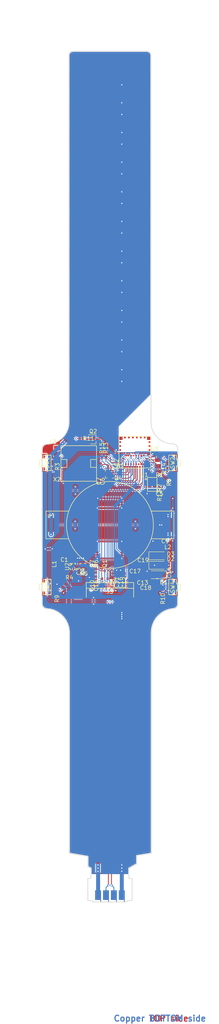
<source format=kicad_pcb>
(kicad_pcb (version 20171130) (host pcbnew "(5.0.0-rc2-109-g0e3be5776)")
  (layers (0 F.Cu signal) (31 B.Cu signal) (34 B.Paste user hide) (35 F.Paste user hide) (36 B.SilkS user hide) (37 F.SilkS user) (38 B.Mask user hide) (39 F.Mask user) (44 Edge.Cuts user))
  (net 0 "")
  (net 1 +VDC)
  (net 2 -BATT)
  (net 3 +3V3)
  (net 4 /VGL)
  (net 5 /VDD)
  (net 6 /VSH)
  (net 7 /PREVGL)
  (net 8 "Net-(C14-Pad1)")
  (net 9 "Net-(C14-Pad2)")
  (net 10 /VGH)
  (net 11 /VPP)
  (net 12 /VSL)
  (net 13 /VCOM)
  (net 14 /PREVGH)
  (net 15 /SWDIO)
  (net 16 /SWDCLK)
  (net 17 /BRACE_CLOSED_IN)
  (net 18 "Net-(J2-Pad3)")
  (net 19 +BATT)
  (net 20 "Net-(L1-Pad2)")
  (net 21 "Net-(Q1-Pad1)")
  (net 22 /RESE)
  (net 23 /SWNW)
  (net 24 "Net-(R4-Pad1)")
  (net 25 /GDR)
  (net 26 /SWNO)
  (net 27 /SWSW)
  (net 28 /SWSO)
  (net 29 /INT_RTC)
  (net 30 "Net-(U1-Pad4)")
  (net 31 "Net-(U3-Pad47)")
  (net 32 "Net-(U3-Pad43)")
  (net 33 "Net-(U3-Pad9)")
  (net 34 "Net-(U3-Pad15)")
  (net 35 "Net-(U3-Pad17)")
  (net 36 "Net-(U3-Pad20)")
  (net 37 "Net-(U3-Pad49)")
  (net 38 "Net-(U3-Pad50)")
  (net 39 "Net-(U3-Pad51)")
  (net 40 "Net-(U3-Pad53)")
  (net 41 "Net-(U3-Pad54)")
  (net 42 "Net-(U3-Pad55)")
  (net 43 "Net-(U3-Pad56)")
  (net 44 "Net-(U3-Pad57)")
  (net 45 "Net-(U3-Pad58)")
  (net 46 "Net-(U3-Pad59)")
  (net 47 "Net-(U3-Pad60)")
  (net 48 "Net-(U3-Pad62)")
  (net 49 "Net-(U3-Pad61)")
  (net 50 /CS_XL)
  (net 51 /CS_MAG)
  (net 52 /INT_MAG)
  (net 53 /INT_2_XL)
  (net 54 /INT_1_XL)
  (net 55 "Net-(J3-Pad1)")
  (net 56 /TSCL)
  (net 57 /TSDA)
  (net 58 /BS)
  (net 59 /BUSY)
  (net 60 /~RES)
  (net 61 /D~C)
  (net 62 /~CS)
  (net 63 /SCLK)
  (net 64 /SDI)
  (net 65 "Net-(U3-Pad52)")
  (net 66 "Net-(J2-Pad2)")
  (net 67 /SDA_IMU)
  (net 68 /SCL_IMU)
  (net 69 /SDA_RTC)
  (net 70 /SCL_RTC)
  (net 71 "Net-(U3-Pad29)")
  (net 72 "Net-(R14-Pad1)")
  (net 73 "Net-(R14-Pad2)")
  (net 74 "Net-(Q2-Pad1)")
  (net 75 /BUZZER)
  (net 76 "Net-(L3-Pad2)")
  (net 77 "Net-(C20-Pad1)")
  (module ProjectSpecific:SKTDLDE010 (layer F.Cu) (at 114.5 160.9 90)
    (fp_text reference SW4 (at 0 -0.4 90) (layer F.SilkS))
    (fp_text value SKTDLDE010)
    (pad ~ smd rect (at 0 -1.5 90) (size 1.4 1.1) (layers F.Cu F.Paste F.Mask))
    (pad 1 smd rect (at -1.4 -1.35 270) (size 0.7 1.1) (layers F.Cu F.Paste F.Mask) (net 28 /SWSO))
    (pad 2 smd rect (at 1.4 -1.35 90) (size 0.7 1.1) (layers F.Cu F.Paste F.Mask) (net 2 -BATT))
    (pad ~ smd rect (at -1.725 0.575 90) (size 1.15 0.75) (layers F.Cu F.Paste F.Mask))
    (pad ~ smd rect (at 1.725 0.575 90) (size 1.15 0.75) (layers F.Cu F.Paste F.Mask))
    (pad ~ thru_hole circle (at -1.85 0 90) (size 0.55 0.55) (drill 0.4) (layers *.Cu *.Mask))
    (pad ~ thru_hole circle (at 1.85 0 90) (size 0.55 0.55) (drill 0.4) (layers *.Cu *.Mask))
    (pad ~ smd custom (at 2.07 -0.03 90) (size 0.46 0.49) (layers F.Cu F.Paste F.Mask) (options (clearance outline) (anchor rect)) (primitives))
    (pad ~ smd custom (at 1.8 0.24 90) (size 0.45 0.48) (layers F.Cu F.Paste F.Mask) (options (clearance outline) (anchor rect)) (primitives))
    (pad ~ smd custom (at -2.07 -0.03 90) (size 0.46 0.49) (layers F.Cu F.Paste F.Mask) (options (clearance outline) (anchor rect)) (primitives))
    (pad ~ smd custom (at -1.8 0.24 90) (size 0.45 0.48) (layers F.Cu F.Paste F.Mask) (options (clearance outline) (anchor rect)) (primitives))
  )
  (module ProjectSpecific:SKTDLDE010 (layer F.Cu) (at 81.9 160.9 270)
    (fp_text reference SW3 (at 0 -0.4 270) (layer F.SilkS))
    (fp_text value SKTDLDE010)
    (pad ~ smd rect (at 0 -1.5 270) (size 1.4 1.1) (layers F.Cu F.Paste F.Mask))
    (pad 1 smd rect (at -1.4 -1.35 90) (size 0.7 1.1) (layers F.Cu F.Paste F.Mask) (net 2 -BATT))
    (pad 2 smd rect (at 1.4 -1.35 270) (size 0.7 1.1) (layers F.Cu F.Paste F.Mask) (net 27 /SWSW))
    (pad ~ smd rect (at -1.725 0.575 270) (size 1.15 0.75) (layers F.Cu F.Paste F.Mask))
    (pad ~ smd rect (at 1.725 0.575 270) (size 1.15 0.75) (layers F.Cu F.Paste F.Mask))
    (pad ~ thru_hole circle (at -1.85 0 270) (size 0.55 0.55) (drill 0.4) (layers *.Cu *.Mask))
    (pad ~ thru_hole circle (at 1.85 0 270) (size 0.55 0.55) (drill 0.4) (layers *.Cu *.Mask))
    (pad ~ smd custom (at 2.07 -0.03 270) (size 0.46 0.49) (layers F.Cu F.Paste F.Mask) (options (clearance outline) (anchor rect)) (primitives))
    (pad ~ smd custom (at 1.8 0.24 270) (size 0.45 0.48) (layers F.Cu F.Paste F.Mask) (options (clearance outline) (anchor rect)) (primitives))
    (pad ~ smd custom (at -2.07 -0.03 270) (size 0.46 0.49) (layers F.Cu F.Paste F.Mask) (options (clearance outline) (anchor rect)) (primitives))
    (pad ~ smd custom (at -1.8 0.24 270) (size 0.45 0.48) (layers F.Cu F.Paste F.Mask) (options (clearance outline) (anchor rect)) (primitives))
  )
  (module ProjectSpecific:SKTDLDE010 (layer F.Cu) (at 114.5 129.5 90)
    (fp_text reference SW2 (at 0 -0.4 90) (layer F.SilkS))
    (fp_text value SKTDLDE010)
    (pad ~ smd rect (at 0 -1.5 90) (size 1.4 1.1) (layers F.Cu F.Paste F.Mask))
    (pad 1 smd rect (at -1.4 -1.35 270) (size 0.7 1.1) (layers F.Cu F.Paste F.Mask) (net 2 -BATT))
    (pad 2 smd rect (at 1.4 -1.35 90) (size 0.7 1.1) (layers F.Cu F.Paste F.Mask) (net 26 /SWNO))
    (pad ~ smd rect (at -1.725 0.575 90) (size 1.15 0.75) (layers F.Cu F.Paste F.Mask))
    (pad ~ smd rect (at 1.725 0.575 90) (size 1.15 0.75) (layers F.Cu F.Paste F.Mask))
    (pad ~ thru_hole circle (at -1.85 0 90) (size 0.55 0.55) (drill 0.4) (layers *.Cu *.Mask))
    (pad ~ thru_hole circle (at 1.85 0 90) (size 0.55 0.55) (drill 0.4) (layers *.Cu *.Mask))
    (pad ~ smd custom (at 2.07 -0.03 90) (size 0.46 0.49) (layers F.Cu F.Paste F.Mask) (options (clearance outline) (anchor rect)) (primitives))
    (pad ~ smd custom (at 1.8 0.24 90) (size 0.45 0.48) (layers F.Cu F.Paste F.Mask) (options (clearance outline) (anchor rect)) (primitives))
    (pad ~ smd custom (at -2.07 -0.03 90) (size 0.46 0.49) (layers F.Cu F.Paste F.Mask) (options (clearance outline) (anchor rect)) (primitives))
    (pad ~ smd custom (at -1.8 0.24 90) (size 0.45 0.48) (layers F.Cu F.Paste F.Mask) (options (clearance outline) (anchor rect)) (primitives))
  )
  (module ProjectSpecific:SKTDLDE010 (layer F.Cu) (at 81.9 129.5 270)
    (fp_text reference SW1 (at 0 -0.4 270) (layer F.SilkS))
    (fp_text value SKTDLDE010)
    (pad ~ smd rect (at 0 -1.5 270) (size 1.4 1.1) (layers F.Cu F.Paste F.Mask))
    (pad 1 smd rect (at -1.4 -1.35 90) (size 0.7 1.1) (layers F.Cu F.Paste F.Mask) (net 23 /SWNW))
    (pad 2 smd rect (at 1.4 -1.35 270) (size 0.7 1.1) (layers F.Cu F.Paste F.Mask) (net 2 -BATT))
    (pad ~ smd rect (at -1.725 0.575 270) (size 1.15 0.75) (layers F.Cu F.Paste F.Mask))
    (pad ~ smd rect (at 1.725 0.575 270) (size 1.15 0.75) (layers F.Cu F.Paste F.Mask))
    (pad ~ thru_hole circle (at -1.85 0 270) (size 0.55 0.55) (drill 0.4) (layers *.Cu *.Mask))
    (pad ~ thru_hole circle (at 1.85 0 270) (size 0.55 0.55) (drill 0.4) (layers *.Cu *.Mask))
    (pad ~ smd custom (at 2.07 -0.03 270) (size 0.46 0.49) (layers F.Cu F.Paste F.Mask) (options (clearance outline) (anchor rect)) (primitives))
    (pad ~ smd custom (at 1.8 0.24 270) (size 0.45 0.48) (layers F.Cu F.Paste F.Mask) (options (clearance outline) (anchor rect)) (primitives))
    (pad ~ smd custom (at -2.07 -0.03 270) (size 0.46 0.49) (layers F.Cu F.Paste F.Mask) (options (clearance outline) (anchor rect)) (primitives))
    (pad ~ smd custom (at -1.8 0.24 270) (size 0.45 0.48) (layers F.Cu F.Paste F.Mask) (options (clearance outline) (anchor rect)) (primitives))
  )
  (module ProjectSpecific:LCC-8_1.5x3.2mm_P0.9mm (layer F.Cu) (at 107.7 133.2 270)
    (fp_text reference U1 (at -0.7 0.8 180) (layer F.SilkS))
    (fp_text value M41T62LC6F)
    (pad 8 smd rect (at 0.4 -1.8 270) (size 0.5 0.8) (layers F.Cu F.Paste F.Mask) (net 70 /SCL_RTC))
    (pad 7 smd rect (at 1.3 -1.8 270) (size 0.5 0.8) (layers F.Cu F.Paste F.Mask))
    (pad 6 smd rect (at 2.2 -1.8 270) (size 0.5 0.8) (layers F.Cu F.Paste F.Mask) (net 29 /INT_RTC))
    (pad 5 smd rect (at 3.1 -1.8 270) (size 0.5 0.8) (layers F.Cu F.Paste F.Mask) (net 19 +BATT))
    (pad 4 smd rect (at 3.1 -0.6 270) (size 0.5 0.8) (layers F.Cu F.Paste F.Mask) (net 30 "Net-(U1-Pad4)"))
    (pad 3 smd rect (at 2.2 -0.6 270) (size 0.5 0.8) (layers F.Cu F.Paste F.Mask) (net 2 -BATT))
    (pad 2 smd rect (at 1.3 -0.6 270) (size 0.5 0.8) (layers F.Cu F.Paste F.Mask))
    (pad 1 smd rect (at 0.4 -0.6 270) (size 0.5 0.8) (layers F.Cu F.Paste F.Mask) (net 69 /SDA_RTC))
  )
  (module ProjectSpecific:MOLEX_FPC_24_P0.5mm_505110-2491 (layer F.Cu) (at 98.2 160.5)
    (fp_text reference J3 (at 0 1.55 180) (layer F.SilkS))
    (fp_text value 505110-2491)
    (pad 0 smd rect (at 8.05 2.7) (size 2 1.3) (layers F.Cu F.Paste F.Mask))
    (pad 0 smd rect (at -8.05 2.7) (size 2 1.3) (layers F.Cu F.Paste F.Mask))
    (pad 24 smd rect (at 5.75 0) (size 0.3 1) (layers F.Cu F.Paste F.Mask) (net 13 /VCOM))
    (pad 23 smd rect (at 5.25 0) (size 0.3 1) (layers F.Cu F.Paste F.Mask) (net 7 /PREVGL))
    (pad 22 smd rect (at 4.75 0) (size 0.3 1) (layers F.Cu F.Paste F.Mask) (net 12 /VSL))
    (pad 21 smd rect (at 4.25 0) (size 0.3 1) (layers F.Cu F.Paste F.Mask) (net 14 /PREVGH))
    (pad 20 smd rect (at 3.75 0) (size 0.3 1) (layers F.Cu F.Paste F.Mask) (net 6 /VSH))
    (pad 19 smd rect (at 3.25 0) (size 0.3 1) (layers F.Cu F.Paste F.Mask) (net 11 /VPP))
    (pad 18 smd rect (at 2.75 0) (size 0.3 1) (layers F.Cu F.Paste F.Mask) (net 5 /VDD))
    (pad 17 smd rect (at 2.25 0) (size 0.3 1) (layers F.Cu F.Paste F.Mask) (net 2 -BATT))
    (pad 16 smd rect (at 1.75 0) (size 0.3 1) (layers F.Cu F.Paste F.Mask) (net 3 +3V3))
    (pad 15 smd rect (at 1.25 0) (size 0.3 1) (layers F.Cu F.Paste F.Mask) (net 3 +3V3))
    (pad 14 smd rect (at 0.75 0) (size 0.3 1) (layers F.Cu F.Paste F.Mask) (net 64 /SDI))
    (pad 13 smd rect (at 0.25 0) (size 0.3 1) (layers F.Cu F.Paste F.Mask) (net 63 /SCLK))
    (pad 12 smd rect (at -0.25 0) (size 0.3 1) (layers F.Cu F.Paste F.Mask) (net 62 /~CS))
    (pad 11 smd rect (at -0.75 0) (size 0.3 1) (layers F.Cu F.Paste F.Mask) (net 61 /D~C))
    (pad 10 smd rect (at -1.25 0) (size 0.3 1) (layers F.Cu F.Paste F.Mask) (net 60 /~RES))
    (pad 9 smd rect (at -1.75 0) (size 0.3 1) (layers F.Cu F.Paste F.Mask) (net 59 /BUSY))
    (pad 8 smd rect (at -2.25 0) (size 0.3 1) (layers F.Cu F.Paste F.Mask) (net 58 /BS))
    (pad 7 smd rect (at -2.75 0) (size 0.3 1) (layers F.Cu F.Paste F.Mask) (net 57 /TSDA))
    (pad 6 smd rect (at -3.25 0) (size 0.3 1) (layers F.Cu F.Paste F.Mask) (net 56 /TSCL))
    (pad 5 smd rect (at -3.75 0) (size 0.3 1) (layers F.Cu F.Paste F.Mask) (net 10 /VGH))
    (pad 4 smd rect (at -4.25 0) (size 0.3 1) (layers F.Cu F.Paste F.Mask) (net 4 /VGL))
    (pad 3 smd rect (at -4.75 0) (size 0.3 1) (layers F.Cu F.Paste F.Mask) (net 22 /RESE))
    (pad 2 smd rect (at -5.25 0) (size 0.3 1) (layers F.Cu F.Paste F.Mask) (net 25 /GDR))
    (pad 1 smd rect (at -5.75 0) (size 0.3 1) (layers F.Cu F.Paste F.Mask) (net 55 "Net-(J3-Pad1)"))
  )
  (module ProjectSpecific:ISP1507-AX (layer F.Cu) (at 108.5 130.8 180)
    (fp_text reference U3 (at -1 4.75 180) (layer F.SilkS))
    (fp_text value ISP1507-AX)
    (pad 1 smd rect (at 0.5 0.5 180) (size 0.8 0.8) (layers F.Cu F.Paste F.Mask) (net 2 -BATT))
    (pad 2 smd rect (at 0.3 1.4 180) (size 0.4 0.4) (layers F.Cu F.Paste F.Mask) (net 72 "Net-(R14-Pad1)"))
    (pad 4 smd rect (at 0.3 2.05 180) (size 0.4 0.4) (layers F.Cu F.Paste F.Mask) (net 73 "Net-(R14-Pad2)"))
    (pad 6 smd rect (at 0.3 2.7 180) (size 0.4 0.4) (layers F.Cu F.Paste F.Mask) (net 26 /SWNO))
    (pad 7 smd rect (at 0.5 3.6 180) (size 0.8 0.8) (layers F.Cu F.Paste F.Mask) (net 2 -BATT))
    (pad 3 smd rect (at 0.95 1.725 180) (size 0.4 0.4) (layers F.Cu F.Paste F.Mask) (net 23 /SWNW))
    (pad 5 smd rect (at 0.95 2.375 180) (size 0.4 0.4) (layers F.Cu F.Paste F.Mask) (net 69 /SDA_RTC))
    (pad 48 smd rect (at 1.4 0.3 180) (size 0.4 0.4) (layers F.Cu F.Paste F.Mask) (net 29 /INT_RTC))
    (pad 47 smd rect (at 1.725 0.95 180) (size 0.4 0.4) (layers F.Cu F.Paste F.Mask) (net 31 "Net-(U3-Pad47)"))
    (pad 46 smd rect (at 2.05 0.3 180) (size 0.4 0.4) (layers F.Cu F.Paste F.Mask) (net 27 /SWSW))
    (pad 45 smd rect (at 2.375 0.95 180) (size 0.4 0.4) (layers F.Cu F.Paste F.Mask) (net 28 /SWSO))
    (pad 44 smd rect (at 2.7 0.3 180) (size 0.4 0.4) (layers F.Cu F.Paste F.Mask) (net 59 /BUSY))
    (pad 43 smd rect (at 3.025 0.95 180) (size 0.4 0.4) (layers F.Cu F.Paste F.Mask) (net 32 "Net-(U3-Pad43)"))
    (pad 42 smd rect (at 3.35 0.3 180) (size 0.4 0.4) (layers F.Cu F.Paste F.Mask) (net 53 /INT_2_XL))
    (pad 41 smd rect (at 3.675 0.95 180) (size 0.4 0.4) (layers F.Cu F.Paste F.Mask) (net 64 /SDI))
    (pad 40 smd rect (at 4 0.3 180) (size 0.4 0.4) (layers F.Cu F.Paste F.Mask) (net 54 /INT_1_XL))
    (pad 39 smd rect (at 4.325 0.95 180) (size 0.4 0.4) (layers F.Cu F.Paste F.Mask) (net 63 /SCLK))
    (pad 38 smd rect (at 4.65 0.3 180) (size 0.4 0.4) (layers F.Cu F.Paste F.Mask) (net 68 /SCL_IMU))
    (pad 37 smd rect (at 4.975 0.95 180) (size 0.4 0.4) (layers F.Cu F.Paste F.Mask) (net 62 /~CS))
    (pad 36 smd rect (at 5.3 0.3 180) (size 0.4 0.4) (layers F.Cu F.Paste F.Mask) (net 50 /CS_XL))
    (pad 35 smd rect (at 5.625 0.95 180) (size 0.4 0.4) (layers F.Cu F.Paste F.Mask) (net 61 /D~C))
    (pad 34 smd rect (at 5.95 0.3 180) (size 0.4 0.4) (layers F.Cu F.Paste F.Mask) (net 51 /CS_MAG))
    (pad 33 smd rect (at 6.275 0.95 180) (size 0.4 0.4) (layers F.Cu F.Paste F.Mask) (net 60 /~RES))
    (pad 32 smd rect (at 6.6 0.3 180) (size 0.4 0.4) (layers F.Cu F.Paste F.Mask) (net 67 /SDA_IMU))
    (pad 29 smd rect (at 7.05 1.725 180) (size 0.4 0.4) (layers F.Cu F.Paste F.Mask) (net 71 "Net-(U3-Pad29)"))
    (pad 27 smd rect (at 7.05 2.375 180) (size 0.4 0.4) (layers F.Cu F.Paste F.Mask) (net 58 /BS))
    (pad 30 smd rect (at 7.7 1.4 180) (size 0.4 0.4) (layers F.Cu F.Paste F.Mask) (net 16 /SWDCLK))
    (pad 28 smd rect (at 7.7 2.05 180) (size 0.4 0.4) (layers F.Cu F.Paste F.Mask) (net 15 /SWDIO))
    (pad 26 smd rect (at 7.7 2.7 180) (size 0.4 0.4) (layers F.Cu F.Paste F.Mask) (net 3 +3V3))
    (pad 8 smd rect (at 1.4 3.8 180) (size 0.4 0.4) (layers F.Cu F.Paste F.Mask) (net 2 -BATT))
    (pad 9 smd rect (at 1.725 3.15 180) (size 0.4 0.4) (layers F.Cu F.Paste F.Mask) (net 33 "Net-(U3-Pad9)"))
    (pad 10 smd rect (at 2.05 3.8 180) (size 0.4 0.4) (layers F.Cu F.Paste F.Mask) (net 2 -BATT))
    (pad 11 smd rect (at 2.375 3.15 180) (size 0.4 0.4) (layers F.Cu F.Paste F.Mask) (net 70 /SCL_RTC))
    (pad 12 smd rect (at 2.7 3.8 180) (size 0.4 0.4) (layers F.Cu F.Paste F.Mask) (net 2 -BATT))
    (pad 13 smd rect (at 3.025 3.15 180) (size 0.4 0.4) (layers F.Cu F.Paste F.Mask) (net 75 /BUZZER))
    (pad 14 smd rect (at 3.35 3.8 180) (size 0.4 0.4) (layers F.Cu F.Paste F.Mask) (net 2 -BATT))
    (pad 15 smd rect (at 3.675 3.15 180) (size 0.4 0.4) (layers F.Cu F.Paste F.Mask) (net 34 "Net-(U3-Pad15)"))
    (pad 16 smd rect (at 4 3.8 180) (size 0.4 0.4) (layers F.Cu F.Paste F.Mask) (net 2 -BATT))
    (pad 17 smd rect (at 4.325 3.15 180) (size 0.4 0.4) (layers F.Cu F.Paste F.Mask) (net 35 "Net-(U3-Pad17)"))
    (pad 18 smd rect (at 4.65 3.8 180) (size 0.4 0.4) (layers F.Cu F.Paste F.Mask) (net 2 -BATT))
    (pad 19 smd rect (at 4.975 3.15 180) (size 0.4 0.4) (layers F.Cu F.Paste F.Mask) (net 52 /INT_MAG))
    (pad 20 smd rect (at 5.3 3.8 180) (size 0.4 0.4) (layers F.Cu F.Paste F.Mask) (net 36 "Net-(U3-Pad20)"))
    (pad 21 smd rect (at 5.625 3.15 180) (size 0.4 0.4) (layers F.Cu F.Paste F.Mask) (net 2 -BATT))
    (pad 22 smd rect (at 5.95 3.8 180) (size 0.4 0.4) (layers F.Cu F.Paste F.Mask) (net 36 "Net-(U3-Pad20)"))
    (pad 23 smd rect (at 6.275 3.15 180) (size 0.4 0.4) (layers F.Cu F.Paste F.Mask) (net 2 -BATT))
    (pad 24 smd rect (at 6.6 3.8 180) (size 0.4 0.4) (layers F.Cu F.Paste F.Mask) (net 2 -BATT))
    (pad 31 smd rect (at 7.5 0.5 180) (size 0.8 0.8) (layers F.Cu F.Paste F.Mask) (net 2 -BATT))
    (pad 25 smd rect (at 7.5 3.6 180) (size 0.8 0.8) (layers F.Cu F.Paste F.Mask) (net 2 -BATT))
    (pad 49 smd rect (at 0.3 4.55 180) (size 0.4 0.4) (layers F.Cu F.Paste F.Mask) (net 37 "Net-(U3-Pad49)"))
    (pad 50 smd rect (at 0.3 5.55 180) (size 0.4 0.4) (layers F.Cu F.Paste F.Mask) (net 38 "Net-(U3-Pad50)"))
    (pad 51 smd rect (at 0.3 6.55 180) (size 0.4 0.4) (layers F.Cu F.Paste F.Mask) (net 39 "Net-(U3-Pad51)"))
    (pad 52 smd rect (at 0.5 7.5 180) (size 0.8 0.8) (layers F.Cu F.Paste F.Mask) (net 65 "Net-(U3-Pad52)"))
    (pad 53 smd rect (at 1.5 7.7 180) (size 0.4 0.4) (layers F.Cu F.Paste F.Mask) (net 40 "Net-(U3-Pad53)"))
    (pad 54 smd rect (at 2.5 7.7 180) (size 0.4 0.4) (layers F.Cu F.Paste F.Mask) (net 41 "Net-(U3-Pad54)"))
    (pad 55 smd rect (at 3.5 7.7 180) (size 0.4 0.4) (layers F.Cu F.Paste F.Mask) (net 42 "Net-(U3-Pad55)"))
    (pad 56 smd rect (at 4.5 7.7 180) (size 0.4 0.4) (layers F.Cu F.Paste F.Mask) (net 43 "Net-(U3-Pad56)"))
    (pad 57 smd rect (at 5.5 7.7 180) (size 0.4 0.4) (layers F.Cu F.Paste F.Mask) (net 44 "Net-(U3-Pad57)"))
    (pad 58 smd rect (at 6.5 7.7 180) (size 0.4 0.4) (layers F.Cu F.Paste F.Mask) (net 45 "Net-(U3-Pad58)"))
    (pad 59 smd rect (at 7.5 7.5 180) (size 0.8 0.8) (layers F.Cu F.Paste F.Mask) (net 46 "Net-(U3-Pad59)"))
    (pad 60 smd rect (at 7.7 6.55 180) (size 0.4 0.4) (layers F.Cu F.Paste F.Mask) (net 47 "Net-(U3-Pad60)"))
    (pad 62 smd rect (at 7.7 4.55 180) (size 0.4 0.4) (layers F.Cu F.Paste F.Mask) (net 48 "Net-(U3-Pad62)"))
    (pad 61 smd rect (at 7.7 5.55 180) (size 0.4 0.4) (layers F.Cu F.Paste F.Mask) (net 49 "Net-(U3-Pad61)"))
  )
  (module ProjectSpecific:SMT-0940-T_3V-R (layer F.Cu) (at 90.3 129.65 180)
    (fp_text reference X2 (at 5.5 -4.05 180) (layer F.SilkS))
    (fp_text value SMT-0940-T-3V-R)
    (pad 1 smd rect (at 0 -4.2 180) (size 3.2 1.5) (layers F.Cu F.Paste F.Mask) (net 3 +3V3))
    (pad 2 smd rect (at 0 4.2) (size 3.2 1.5) (layers F.Cu F.Paste F.Mask) (net 76 "Net-(L3-Pad2)"))
  )
  (module ProjectSpecific:SMTU2032-LF-6066 (layer F.Cu) (at 98.2 145.2)
    (fp_text reference X1 hide)
    (fp_text value SMTU2032-LF)
    (fp_text user + (at -15.2 -2.61) (layer F.SilkS) (effects (font (size 1.5 1.5))))
    (pad 2 smd rect (at 14.7 0) (size 2.6 3.5) (layers F.Cu F.Paste F.Mask) (net 2 -BATT))
    (pad 1 smd rect (at -14.7 0) (size 2.6 3.5) (layers F.Cu F.Paste F.Mask) (net 19 +BATT))
  )
  (module ProjectSpecific:R_0402_1005Metric_fixed (layer F.Cu) (at 93.7 158.7 90)
    (fp_text reference C10 (at -1.85 0 90) (layer F.SilkS))
    (fp_text value 1u/35)
    (pad 1 smd rect (at -0.425 0 270) (size 0.6 0.55) (layers F.Cu F.Paste F.Mask) (net 4 /VGL))
    (pad 2 smd rect (at 0.425 0 90) (size 0.6 0.55) (layers F.Cu F.Paste F.Mask) (net 2 -BATT))
  )
  (module ProjectSpecific:R_0402_1005Metric_fixed (layer F.Cu) (at 96.35 132.3 90)
    (fp_text reference C6 (at -1.85 0 90) (layer F.SilkS))
    (fp_text value 10u/4V)
    (pad 1 smd rect (at -0.425 0 270) (size 0.6 0.55) (layers F.Cu F.Paste F.Mask) (net 3 +3V3))
    (pad 2 smd rect (at 0.425 0 90) (size 0.6 0.55) (layers F.Cu F.Paste F.Mask) (net 2 -BATT))
  )
  (module ProjectSpecific:R_0402_1005Metric_fixed (layer F.Cu) (at 99.9 157.9 90)
    (fp_text reference C11 (at -1.85 0 90) (layer F.SilkS))
    (fp_text value 1u/35)
    (pad 1 smd rect (at -0.425 0 270) (size 0.6 0.55) (layers F.Cu F.Paste F.Mask) (net 5 /VDD))
    (pad 2 smd rect (at 0.425 0 90) (size 0.6 0.55) (layers F.Cu F.Paste F.Mask) (net 2 -BATT))
  )
  (module ProjectSpecific:R_0402_1005Metric_fixed (layer F.Cu) (at 101.9 157.9 90)
    (fp_text reference C12 (at -1.85 0 90) (layer F.SilkS))
    (fp_text value 1u/35)
    (pad 1 smd rect (at -0.425 0 270) (size 0.6 0.55) (layers F.Cu F.Paste F.Mask) (net 6 /VSH))
    (pad 2 smd rect (at 0.425 0 90) (size 0.6 0.55) (layers F.Cu F.Paste F.Mask) (net 2 -BATT))
  )
  (module ProjectSpecific:R_0402_1005Metric_fixed (layer F.Cu) (at 113.2 155.4 90)
    (fp_text reference C14 (at -1.85 0 90) (layer F.SilkS))
    (fp_text value 4.7u/6.3V)
    (pad 1 smd rect (at -0.425 0 270) (size 0.6 0.55) (layers F.Cu F.Paste F.Mask) (net 8 "Net-(C14-Pad1)"))
    (pad 2 smd rect (at 0.425 0 90) (size 0.6 0.55) (layers F.Cu F.Paste F.Mask) (net 9 "Net-(C14-Pad2)"))
  )
  (module ProjectSpecific:R_0402_1005Metric_fixed (layer F.Cu) (at 94.7 158.7 90)
    (fp_text reference C15 (at -1.85 0 90) (layer F.SilkS))
    (fp_text value 1u/35)
    (pad 1 smd rect (at -0.425 0 270) (size 0.6 0.55) (layers F.Cu F.Paste F.Mask) (net 10 /VGH))
    (pad 2 smd rect (at 0.425 0 90) (size 0.6 0.55) (layers F.Cu F.Paste F.Mask) (net 2 -BATT))
  )
  (module ProjectSpecific:R_0402_1005Metric_fixed (layer F.Cu) (at 106.4 156.9)
    (fp_text reference C17 (at -1.85 0) (layer F.SilkS))
    (fp_text value 1u/35)
    (pad 1 smd rect (at -0.425 0 180) (size 0.6 0.55) (layers F.Cu F.Paste F.Mask) (net 12 /VSL))
    (pad 2 smd rect (at 0.425 0) (size 0.6 0.55) (layers F.Cu F.Paste F.Mask) (net 2 -BATT))
  )
  (module ProjectSpecific:R_0402_1005Metric_fixed (layer F.Cu) (at 109.1 161.1)
    (fp_text reference C18 (at -1.85 0) (layer F.SilkS))
    (fp_text value 1u/35)
    (pad 1 smd rect (at -0.425 0 180) (size 0.6 0.55) (layers F.Cu F.Paste F.Mask) (net 13 /VCOM))
    (pad 2 smd rect (at 0.425 0) (size 0.6 0.55) (layers F.Cu F.Paste F.Mask) (net 2 -BATT))
  )
  (module ProjectSpecific:R_0402_1005Metric_fixed (layer F.Cu) (at 110.3 149.3 180)
    (fp_text reference C9 (at -1.85 0 180) (layer F.SilkS))
    (fp_text value 4.7u/6.3V)
    (pad 1 smd rect (at -0.425 0) (size 0.6 0.55) (layers F.Cu F.Paste F.Mask) (net 3 +3V3))
    (pad 2 smd rect (at 0.425 0 180) (size 0.6 0.55) (layers F.Cu F.Paste F.Mask) (net 2 -BATT))
  )
  (module ProjectSpecific:R_0402_1005Metric_fixed (layer F.Cu) (at 99.9 127.6 90)
    (fp_text reference C2 (at -1.85 0 90) (layer F.SilkS))
    (fp_text value 100n/6.3V)
    (pad 1 smd rect (at -0.425 0 270) (size 0.6 0.55) (layers F.Cu F.Paste F.Mask) (net 3 +3V3))
    (pad 2 smd rect (at 0.425 0 90) (size 0.6 0.55) (layers F.Cu F.Paste F.Mask) (net 2 -BATT))
  )
  (module ProjectSpecific:R_0402_1005Metric_fixed (layer F.Cu) (at 98.15 130.4 180)
    (fp_text reference C20 (at -1.85 0 180) (layer F.SilkS))
    (fp_text value 22n/6.3V)
    (pad 1 smd rect (at -0.425 0) (size 0.6 0.55) (layers F.Cu F.Paste F.Mask) (net 77 "Net-(C20-Pad1)"))
    (pad 2 smd rect (at 0.425 0 180) (size 0.6 0.55) (layers F.Cu F.Paste F.Mask) (net 2 -BATT))
  )
  (module ProjectSpecific:R_0402_1005Metric_fixed (layer F.Cu) (at 88.5 154)
    (fp_text reference C1 (at -1.85 0) (layer F.SilkS))
    (fp_text value 10u/4V)
    (pad 1 smd rect (at -0.425 0 180) (size 0.6 0.55) (layers F.Cu F.Paste F.Mask) (net 1 +VDC))
    (pad 2 smd rect (at 0.425 0) (size 0.6 0.55) (layers F.Cu F.Paste F.Mask) (net 2 -BATT))
  )
  (module ProjectSpecific:R_0402_1005Metric_fixed (layer F.Cu) (at 90.3 155.1 90)
    (fp_text reference C3 (at -1.85 0 90) (layer F.SilkS))
    (fp_text value 10u/4V)
    (pad 1 smd rect (at -0.425 0 270) (size 0.6 0.55) (layers F.Cu F.Paste F.Mask) (net 3 +3V3))
    (pad 2 smd rect (at 0.425 0 90) (size 0.6 0.55) (layers F.Cu F.Paste F.Mask) (net 2 -BATT))
  )
  (module ProjectSpecific:R_0402_1005Metric_fixed (layer F.Cu) (at 91.3 155.1 90)
    (fp_text reference C4 (at -1.85 0 90) (layer F.SilkS))
    (fp_text value 10u/4V)
    (pad 1 smd rect (at -0.425 0 270) (size 0.6 0.55) (layers F.Cu F.Paste F.Mask) (net 3 +3V3))
    (pad 2 smd rect (at 0.425 0 90) (size 0.6 0.55) (layers F.Cu F.Paste F.Mask) (net 2 -BATT))
  )
  (module ProjectSpecific:R_0402_1005Metric_fixed (layer F.Cu) (at 108.9 137.3 180)
    (fp_text reference C5 (at -1.85 0 180) (layer F.SilkS))
    (fp_text value 100n/6.3V)
    (pad 1 smd rect (at -0.425 0) (size 0.6 0.55) (layers F.Cu F.Paste F.Mask) (net 19 +BATT))
    (pad 2 smd rect (at 0.425 0 180) (size 0.6 0.55) (layers F.Cu F.Paste F.Mask) (net 2 -BATT))
  )
  (module ProjectSpecific:R_0402_1005Metric_fixed (layer F.Cu) (at 95.35 132.3 90)
    (fp_text reference C7 (at -1.85 0 90) (layer F.SilkS))
    (fp_text value 10u/4V)
    (pad 1 smd rect (at -0.425 0 270) (size 0.6 0.55) (layers F.Cu F.Paste F.Mask) (net 3 +3V3))
    (pad 2 smd rect (at 0.425 0 90) (size 0.6 0.55) (layers F.Cu F.Paste F.Mask) (net 2 -BATT))
  )
  (module ProjectSpecific:R_0402_1005Metric_fixed (layer F.Cu) (at 100.9 157.9 90)
    (fp_text reference C16 (at -1.85 0 90) (layer F.SilkS))
    (fp_text value 1u/35)
    (pad 1 smd rect (at -0.425 0 270) (size 0.6 0.55) (layers F.Cu F.Paste F.Mask) (net 11 /VPP))
    (pad 2 smd rect (at 0.425 0 90) (size 0.6 0.55) (layers F.Cu F.Paste F.Mask) (net 2 -BATT))
  )
  (module ProjectSpecific:R_0402_1005Metric_fixed (layer F.Cu) (at 98.9 157.9 90)
    (fp_text reference C8 (at -1.85 0 90) (layer F.SilkS))
    (fp_text value 100n/6.3V)
    (pad 1 smd rect (at -0.425 0 270) (size 0.6 0.55) (layers F.Cu F.Paste F.Mask) (net 3 +3V3))
    (pad 2 smd rect (at 0.425 0 90) (size 0.6 0.55) (layers F.Cu F.Paste F.Mask) (net 2 -BATT))
  )
  (module ProjectSpecific:R_0402_1005Metric_fixed (layer F.Cu) (at 90.95 123.35 180)
    (fp_text reference R11 (at -1.85 0 180) (layer F.SilkS))
    (fp_text value 10k)
    (pad 1 smd rect (at -0.425 0) (size 0.6 0.55) (layers F.Cu F.Paste F.Mask) (net 74 "Net-(Q2-Pad1)"))
    (pad 2 smd rect (at 0.425 0 180) (size 0.6 0.55) (layers F.Cu F.Paste F.Mask) (net 75 /BUZZER))
  )
  (module ProjectSpecific:R_0402_1005Metric_fixed (layer F.Cu) (at 93.7 156.8 270)
    (fp_text reference R7 (at -1.85 0 270) (layer F.SilkS))
    (fp_text value 10k)
    (pad 1 smd rect (at -0.425 0 90) (size 0.6 0.55) (layers F.Cu F.Paste F.Mask) (net 21 "Net-(Q1-Pad1)"))
    (pad 2 smd rect (at 0.425 0 270) (size 0.6 0.55) (layers F.Cu F.Paste F.Mask) (net 25 /GDR))
  )
  (module ProjectSpecific:R_0402_1005Metric_fixed (layer F.Cu) (at 111.6 162 90)
    (fp_text reference R10 (at -1.85 0 90) (layer F.SilkS))
    (fp_text value 10k)
    (pad 1 smd rect (at -0.425 0 270) (size 0.6 0.55) (layers F.Cu F.Paste F.Mask) (net 3 +3V3))
    (pad 2 smd rect (at 0.425 0 90) (size 0.6 0.55) (layers F.Cu F.Paste F.Mask) (net 28 /SWSO))
  )
  (module ProjectSpecific:R_0402_1005Metric_fixed (layer F.Cu) (at 110.75 135.95 90)
    (fp_text reference R12 (at -1.85 0 90) (layer F.SilkS))
    (fp_text value 10k)
    (pad 1 smd rect (at -0.425 0 270) (size 0.6 0.55) (layers F.Cu F.Paste F.Mask) (net 3 +3V3))
    (pad 2 smd rect (at 0.425 0 90) (size 0.6 0.55) (layers F.Cu F.Paste F.Mask) (net 29 /INT_RTC))
  )
  (module ProjectSpecific:R_0402_1005Metric_fixed (layer F.Cu) (at 96.15 127.6 270)
    (fp_text reference R15 (at -1.85 0 270) (layer F.SilkS))
    (fp_text value 10k)
    (pad 1 smd rect (at -0.425 0 90) (size 0.6 0.55) (layers F.Cu F.Paste F.Mask) (net 3 +3V3))
    (pad 2 smd rect (at 0.425 0 270) (size 0.6 0.55) (layers F.Cu F.Paste F.Mask) (net 68 /SCL_IMU))
  )
  (module ProjectSpecific:R_0402_1005Metric_fixed (layer F.Cu) (at 97.2 127.6 270)
    (fp_text reference R13 (at -1.85 0 270) (layer F.SilkS))
    (fp_text value 10k)
    (pad 1 smd rect (at -0.425 0 90) (size 0.6 0.55) (layers F.Cu F.Paste F.Mask) (net 3 +3V3))
    (pad 2 smd rect (at 0.425 0 270) (size 0.6 0.55) (layers F.Cu F.Paste F.Mask) (net 67 /SDA_IMU))
  )
  (module ProjectSpecific:R_0402_1005Metric_fixed (layer F.Cu) (at 84.8 162 90)
    (fp_text reference R9 (at -1.85 0 90) (layer F.SilkS))
    (fp_text value 10k)
    (pad 1 smd rect (at -0.425 0 270) (size 0.6 0.55) (layers F.Cu F.Paste F.Mask) (net 3 +3V3))
    (pad 2 smd rect (at 0.425 0 90) (size 0.6 0.55) (layers F.Cu F.Paste F.Mask) (net 27 /SWSW))
  )
  (module ProjectSpecific:R_0402_1005Metric_fixed (layer F.Cu) (at 110.75 133.95 90)
    (fp_text reference R2 (at -1.85 0 90) (layer F.SilkS))
    (fp_text value 10k)
    (pad 1 smd rect (at -0.425 0 270) (size 0.6 0.55) (layers F.Cu F.Paste F.Mask) (net 3 +3V3))
    (pad 2 smd rect (at 0.425 0 90) (size 0.6 0.55) (layers F.Cu F.Paste F.Mask) (net 70 /SCL_RTC))
  )
  (module ProjectSpecific:R_0402_1005Metric_fixed (layer F.Cu) (at 113.15 132.6 90)
    (fp_text reference R8 (at -1.85 0 90) (layer F.SilkS))
    (fp_text value 10k)
    (pad 1 smd rect (at -0.425 0 270) (size 0.6 0.55) (layers F.Cu F.Paste F.Mask) (net 3 +3V3))
    (pad 2 smd rect (at 0.425 0 90) (size 0.6 0.55) (layers F.Cu F.Paste F.Mask) (net 26 /SWNO))
  )
  (module ProjectSpecific:R_0402_1005Metric_fixed (layer F.Cu) (at 94.7 156.8 270)
    (fp_text reference R6 (at -1.85 0 270) (layer F.SilkS))
    (fp_text value 3R)
    (pad 1 smd rect (at -0.425 0 90) (size 0.6 0.55) (layers F.Cu F.Paste F.Mask) (net 22 /RESE))
    (pad 2 smd rect (at 0.425 0 270) (size 0.6 0.55) (layers F.Cu F.Paste F.Mask) (net 2 -BATT))
  )
  (module ProjectSpecific:R_0402_1005Metric_fixed (layer F.Cu) (at 89.8 157.5 180)
    (fp_text reference R5 (at -1.85 0 180) (layer F.SilkS))
    (fp_text value R)
    (pad 1 smd rect (at -0.425 0) (size 0.6 0.55) (layers F.Cu F.Paste F.Mask) (net 3 +3V3))
    (pad 2 smd rect (at 0.425 0 180) (size 0.6 0.55) (layers F.Cu F.Paste F.Mask) (net 24 "Net-(R4-Pad1)"))
  )
  (module ProjectSpecific:R_0402_1005Metric_fixed (layer F.Cu) (at 84.9 128.6 90)
    (fp_text reference R3 (at -1.85 0 90) (layer F.SilkS))
    (fp_text value 10k)
    (pad 1 smd rect (at -0.425 0 270) (size 0.6 0.55) (layers F.Cu F.Paste F.Mask) (net 3 +3V3))
    (pad 2 smd rect (at 0.425 0 90) (size 0.6 0.55) (layers F.Cu F.Paste F.Mask) (net 23 /SWNW))
  )
  (module ProjectSpecific:R_0402_1005Metric_fixed (layer F.Cu) (at 108.91 132.55 180)
    (fp_text reference R1 (at -1.85 0 180) (layer F.SilkS))
    (fp_text value 10k)
    (pad 1 smd rect (at -0.425 0) (size 0.6 0.55) (layers F.Cu F.Paste F.Mask) (net 3 +3V3))
    (pad 2 smd rect (at 0.425 0 180) (size 0.6 0.55) (layers F.Cu F.Paste F.Mask) (net 69 /SDA_RTC))
  )
  (module ProjectSpecific:R_0402_1005Metric_fixed (layer F.Cu) (at 89.8 158.5)
    (fp_text reference R4 (at -1.85 0) (layer F.SilkS))
    (fp_text value 3R)
    (pad 1 smd rect (at -0.425 0 180) (size 0.6 0.55) (layers F.Cu F.Paste F.Mask) (net 24 "Net-(R4-Pad1)"))
    (pad 2 smd rect (at 0.425 0) (size 0.6 0.55) (layers F.Cu F.Paste F.Mask) (net 2 -BATT))
  )
  (module Inductor_SMD:L_0805_2012Metric (layer F.Cu) (at 83.8 125.85)
    (fp_text reference L3 (at 0 -1.65) (layer F.SilkS))
    (fp_text value 2u2/650mA)
    (pad 1 smd rect (at -0.85 0) (size 1.15 1.4) (layers F.Cu F.Paste F.Mask) (net 3 +3V3))
    (pad 2 smd rect (at 0.85 0) (size 1.15 1.4) (layers F.Cu F.Paste F.Mask) (net 76 "Net-(L3-Pad2)"))
  )
  (module Package_TO_SOT_SMD:SOT-323_SC-70 (layer F.Cu) (at 93.95 123.55)
    (fp_text reference Q2 (at 0 -2) (layer F.SilkS))
    (fp_text value Si1308EDL)
    (pad 1 smd rect (at -1 -0.65 270) (size 0.45 0.7) (layers F.Cu F.Paste F.Mask) (net 74 "Net-(Q2-Pad1)"))
    (pad 2 smd rect (at -1 0.65 270) (size 0.45 0.7) (layers F.Cu F.Paste F.Mask) (net 76 "Net-(L3-Pad2)"))
    (pad 3 smd rect (at 1 0 270) (size 0.45 0.7) (layers F.Cu F.Paste F.Mask) (net 2 -BATT))
  )
  (module Resistor_SMD:R_0805_2012Metric (layer F.Cu) (at 110.35 129.55 90)
    (fp_text reference R14 (at -1.35 1.55 90) (layer F.SilkS))
    (fp_text value R)
    (pad 1 smd rect (at -0.85 0 90) (size 1.15 1.4) (layers F.Cu F.Paste F.Mask) (net 72 "Net-(R14-Pad1)"))
    (pad 2 smd rect (at 0.85 0 90) (size 1.15 1.4) (layers F.Cu F.Paste F.Mask) (net 73 "Net-(R14-Pad2)"))
  )
  (module ProjectSpecific:505147-0490_NO_SOLDER (layer F.Cu) (at 98.2 32.4 180)
    (fp_text reference J2 hide)
    (fp_text value 505147-0490)
    (pad ~ smd rect (at 8.875 3.275 180) (size 2.15 2.47) (layers F.Cu F.Mask))
    (pad ~ smd rect (at -8.875 3.275 180) (size 2.15 2.47) (layers F.Cu F.Mask))
    (pad 4 smd rect (at 3 0 180) (size 0.5 1.25) (layers F.Cu F.Mask) (net 19 +BATT))
    (pad 3 smd rect (at 1 0 180) (size 0.5 1.25) (layers F.Cu F.Mask) (net 18 "Net-(J2-Pad3)"))
    (pad 2 smd rect (at -1 0 180) (size 0.5 1.25) (layers F.Cu F.Mask) (net 66 "Net-(J2-Pad2)"))
    (pad 1 smd rect (at -3 0 180) (size 0.5 1.25) (layers F.Cu F.Mask) (net 2 -BATT))
  )
  (module ProjectSpecific:505147-0490_NO_SOLDER (layer F.Cu) (at 98.2 47.4 180)
    (fp_text reference J2 hide)
    (fp_text value 505147-0490)
    (pad ~ smd rect (at 8.875 3.275 180) (size 2.15 2.47) (layers F.Cu F.Mask))
    (pad ~ smd rect (at -8.875 3.275 180) (size 2.15 2.47) (layers F.Cu F.Mask))
    (pad 4 smd rect (at 3 0 180) (size 0.5 1.25) (layers F.Cu F.Mask) (net 19 +BATT))
    (pad 3 smd rect (at 1 0 180) (size 0.5 1.25) (layers F.Cu F.Mask) (net 18 "Net-(J2-Pad3)"))
    (pad 2 smd rect (at -1 0 180) (size 0.5 1.25) (layers F.Cu F.Mask) (net 17 /BRACE_CLOSED_IN))
    (pad 1 smd rect (at -3 0 180) (size 0.5 1.25) (layers F.Cu F.Mask) (net 2 -BATT))
  )
  (module ProjectSpecific:505147-0490_NO_SOLDER (layer F.Cu) (at 98.2 39.9 180)
    (fp_text reference J2 hide)
    (fp_text value 505147-0490)
    (pad ~ smd rect (at 8.875 3.275 180) (size 2.15 2.47) (layers F.Cu F.Mask))
    (pad ~ smd rect (at -8.875 3.275 180) (size 2.15 2.47) (layers F.Cu F.Mask))
    (pad 4 smd rect (at 3 0 180) (size 0.5 1.25) (layers F.Cu F.Mask) (net 19 +BATT))
    (pad 3 smd rect (at 1 0 180) (size 0.5 1.25) (layers F.Cu F.Mask) (net 18 "Net-(J2-Pad3)"))
    (pad 2 smd rect (at -1 0 180) (size 0.5 1.25) (layers F.Cu F.Mask) (net 17 /BRACE_CLOSED_IN))
    (pad 1 smd rect (at -3 0 180) (size 0.5 1.25) (layers F.Cu F.Mask) (net 2 -BATT))
  )
  (module ProjectSpecific:505147-0490_NO_SOLDER (layer F.Cu) (at 98.2 99.9 180)
    (fp_text reference J2 hide)
    (fp_text value 505147-0490)
    (pad ~ smd rect (at 8.875 3.275 180) (size 2.15 2.47) (layers F.Cu F.Mask))
    (pad ~ smd rect (at -8.875 3.275 180) (size 2.15 2.47) (layers F.Cu F.Mask))
    (pad 4 smd rect (at 3 0 180) (size 0.5 1.25) (layers F.Cu F.Mask) (net 19 +BATT))
    (pad 3 smd rect (at 1 0 180) (size 0.5 1.25) (layers F.Cu F.Mask) (net 18 "Net-(J2-Pad3)"))
    (pad 2 smd rect (at -1 0 180) (size 0.5 1.25) (layers F.Cu F.Mask) (net 17 /BRACE_CLOSED_IN))
    (pad 1 smd rect (at -3 0 180) (size 0.5 1.25) (layers F.Cu F.Mask) (net 2 -BATT))
  )
  (module ProjectSpecific:505147-0490_NO_SOLDER (layer F.Cu) (at 98.2 107.4 180)
    (fp_text reference J2 hide)
    (fp_text value 505147-0490)
    (pad ~ smd rect (at 8.875 3.275 180) (size 2.15 2.47) (layers F.Cu F.Mask))
    (pad ~ smd rect (at -8.875 3.275 180) (size 2.15 2.47) (layers F.Cu F.Mask))
    (pad 4 smd rect (at 3 0 180) (size 0.5 1.25) (layers F.Cu F.Mask) (net 19 +BATT))
    (pad 3 smd rect (at 1 0 180) (size 0.5 1.25) (layers F.Cu F.Mask) (net 18 "Net-(J2-Pad3)"))
    (pad 2 smd rect (at -1 0 180) (size 0.5 1.25) (layers F.Cu F.Mask) (net 17 /BRACE_CLOSED_IN))
    (pad 1 smd rect (at -3 0 180) (size 0.5 1.25) (layers F.Cu F.Mask) (net 2 -BATT))
  )
  (module ProjectSpecific:505147-0490_NO_SOLDER (layer F.Cu) (at 98.2 84.9 180)
    (fp_text reference J2 hide)
    (fp_text value 505147-0490)
    (pad ~ smd rect (at 8.875 3.275 180) (size 2.15 2.47) (layers F.Cu F.Mask))
    (pad ~ smd rect (at -8.875 3.275 180) (size 2.15 2.47) (layers F.Cu F.Mask))
    (pad 4 smd rect (at 3 0 180) (size 0.5 1.25) (layers F.Cu F.Mask) (net 19 +BATT))
    (pad 3 smd rect (at 1 0 180) (size 0.5 1.25) (layers F.Cu F.Mask) (net 18 "Net-(J2-Pad3)"))
    (pad 2 smd rect (at -1 0 180) (size 0.5 1.25) (layers F.Cu F.Mask) (net 17 /BRACE_CLOSED_IN))
    (pad 1 smd rect (at -3 0 180) (size 0.5 1.25) (layers F.Cu F.Mask) (net 2 -BATT))
  )
  (module ProjectSpecific:505147-0490_NO_SOLDER (layer F.Cu) (at 98.2 77.4 180)
    (fp_text reference J2 hide)
    (fp_text value 505147-0490)
    (pad ~ smd rect (at 8.875 3.275 180) (size 2.15 2.47) (layers F.Cu F.Mask))
    (pad ~ smd rect (at -8.875 3.275 180) (size 2.15 2.47) (layers F.Cu F.Mask))
    (pad 4 smd rect (at 3 0 180) (size 0.5 1.25) (layers F.Cu F.Mask) (net 19 +BATT))
    (pad 3 smd rect (at 1 0 180) (size 0.5 1.25) (layers F.Cu F.Mask) (net 18 "Net-(J2-Pad3)"))
    (pad 2 smd rect (at -1 0 180) (size 0.5 1.25) (layers F.Cu F.Mask) (net 17 /BRACE_CLOSED_IN))
    (pad 1 smd rect (at -3 0 180) (size 0.5 1.25) (layers F.Cu F.Mask) (net 2 -BATT))
  )
  (module ProjectSpecific:505147-0490_NO_SOLDER (layer F.Cu) (at 98.2 69.9 180)
    (fp_text reference J2 hide)
    (fp_text value 505147-0490)
    (pad ~ smd rect (at 8.875 3.275 180) (size 2.15 2.47) (layers F.Cu F.Mask))
    (pad ~ smd rect (at -8.875 3.275 180) (size 2.15 2.47) (layers F.Cu F.Mask))
    (pad 4 smd rect (at 3 0 180) (size 0.5 1.25) (layers F.Cu F.Mask) (net 19 +BATT))
    (pad 3 smd rect (at 1 0 180) (size 0.5 1.25) (layers F.Cu F.Mask) (net 18 "Net-(J2-Pad3)"))
    (pad 2 smd rect (at -1 0 180) (size 0.5 1.25) (layers F.Cu F.Mask) (net 17 /BRACE_CLOSED_IN))
    (pad 1 smd rect (at -3 0 180) (size 0.5 1.25) (layers F.Cu F.Mask) (net 2 -BATT))
  )
  (module ProjectSpecific:505147-0490_NO_SOLDER (layer F.Cu) (at 98.2 62.4 180)
    (fp_text reference J2 hide)
    (fp_text value 505147-0490)
    (pad ~ smd rect (at 8.875 3.275 180) (size 2.15 2.47) (layers F.Cu F.Mask))
    (pad ~ smd rect (at -8.875 3.275 180) (size 2.15 2.47) (layers F.Cu F.Mask))
    (pad 4 smd rect (at 3 0 180) (size 0.5 1.25) (layers F.Cu F.Mask) (net 19 +BATT))
    (pad 3 smd rect (at 1 0 180) (size 0.5 1.25) (layers F.Cu F.Mask) (net 18 "Net-(J2-Pad3)"))
    (pad 2 smd rect (at -1 0 180) (size 0.5 1.25) (layers F.Cu F.Mask) (net 17 /BRACE_CLOSED_IN))
    (pad 1 smd rect (at -3 0 180) (size 0.5 1.25) (layers F.Cu F.Mask) (net 2 -BATT))
  )
  (module ProjectSpecific:505147-0490_NO_SOLDER (layer F.Cu) (at 98.2 54.9 180)
    (fp_text reference J2 hide)
    (fp_text value 505147-0490)
    (pad ~ smd rect (at 8.875 3.275 180) (size 2.15 2.47) (layers F.Cu F.Mask))
    (pad ~ smd rect (at -8.875 3.275 180) (size 2.15 2.47) (layers F.Cu F.Mask))
    (pad 4 smd rect (at 3 0 180) (size 0.5 1.25) (layers F.Cu F.Mask) (net 19 +BATT))
    (pad 3 smd rect (at 1 0 180) (size 0.5 1.25) (layers F.Cu F.Mask) (net 18 "Net-(J2-Pad3)"))
    (pad 2 smd rect (at -1 0 180) (size 0.5 1.25) (layers F.Cu F.Mask) (net 17 /BRACE_CLOSED_IN))
    (pad 1 smd rect (at -3 0 180) (size 0.5 1.25) (layers F.Cu F.Mask) (net 2 -BATT))
  )
  (module ProjectSpecific:505147-0490_NO_SOLDER (layer F.Cu) (at 98.2 92.4 180)
    (fp_text reference J2 hide)
    (fp_text value 505147-0490)
    (pad ~ smd rect (at 8.875 3.275 180) (size 2.15 2.47) (layers F.Cu F.Mask))
    (pad ~ smd rect (at -8.875 3.275 180) (size 2.15 2.47) (layers F.Cu F.Mask))
    (pad 4 smd rect (at 3 0 180) (size 0.5 1.25) (layers F.Cu F.Mask) (net 19 +BATT))
    (pad 3 smd rect (at 1 0 180) (size 0.5 1.25) (layers F.Cu F.Mask) (net 18 "Net-(J2-Pad3)"))
    (pad 2 smd rect (at -1 0 180) (size 0.5 1.25) (layers F.Cu F.Mask) (net 17 /BRACE_CLOSED_IN))
    (pad 1 smd rect (at -3 0 180) (size 0.5 1.25) (layers F.Cu F.Mask) (net 2 -BATT))
  )
  (module ProjectSpecific:505148-0408 (layer B.Cu) (at 98.2 240.2 180)
    (fp_text reference J1 hide)
    (fp_text value 505148-0408)
    (pad 4 smd rect (at -3 1.375 180) (size 1.5 2.45) (layers B.Cu B.Mask) (net 2 -BATT))
    (pad 3 smd rect (at -1 1.375 180) (size 1.5 2.45) (layers B.Cu B.Mask) (net 15 /SWDIO))
    (pad 2 smd rect (at 1 1.375 180) (size 1.5 2.45) (layers B.Cu B.Mask) (net 16 /SWDCLK))
    (pad 1 smd rect (at 3 1.375 180) (size 1.5 2.45) (layers B.Cu B.Mask) (net 1 +VDC))
    (pad 4 smd rect (at -3.65 -0.1 180) (size 0.2 0.5) (layers B.Cu B.Mask) (net 2 -BATT))
    (pad 3 smd rect (at -1.65 -0.1 180) (size 0.2 0.5) (layers B.Cu B.Mask) (net 15 /SWDIO))
    (pad 2 smd rect (at 0.35 -0.1 180) (size 0.2 0.5) (layers B.Cu B.Mask) (net 16 /SWDCLK))
    (pad 1 smd rect (at 2.35 -0.1 180) (size 0.2 0.5) (layers B.Cu B.Mask) (net 1 +VDC))
  )
  (module Capacitor_SMD:C_0603_1608Metric (layer F.Cu) (at 109.4 159.8)
    (fp_text reference C13 (at -2.95 0) (layer F.SilkS))
    (fp_text value 1u/50V)
    (pad 2 smd rect (at 0.7875 0) (size 0.875 0.95) (layers F.Cu F.Paste F.Mask) (net 2 -BATT))
    (pad 1 smd rect (at -0.7875 0) (size 0.875 0.95) (layers F.Cu F.Paste F.Mask) (net 7 /PREVGL))
  )
  (module Capacitor_SMD:C_0603_1608Metric (layer F.Cu) (at 106.4 155.4)
    (fp_text reference C19 (at 0.2 -1.3) (layer F.SilkS))
    (fp_text value 1u/50V)
    (pad 1 smd rect (at -0.7875 0) (size 0.875 0.95) (layers F.Cu F.Paste F.Mask) (net 14 /PREVGH))
    (pad 2 smd rect (at 0.7875 0) (size 0.875 0.95) (layers F.Cu F.Paste F.Mask) (net 2 -BATT))
  )
  (module Diode_SMD:D_SOD-123 (layer F.Cu) (at 110.3 157.8 180)
    (fp_text reference D1 (at -1.5 -1.9 180) (layer F.SilkS))
    (fp_text value MBR0530)
    (pad 1 smd rect (at -1.65 0 180) (size 0.9 1.2) (layers F.Cu F.Paste F.Mask) (net 8 "Net-(C14-Pad1)"))
    (pad 2 smd rect (at 1.65 0 180) (size 0.9 1.2) (layers F.Cu F.Paste F.Mask) (net 7 /PREVGL))
  )
  (module Diode_SMD:D_SOD-123 (layer F.Cu) (at 110.3 155.4)
    (fp_text reference D2 (at 3.3 -1.6) (layer F.SilkS))
    (fp_text value MBR0530)
    (pad 2 smd rect (at 1.65 0) (size 0.9 1.2) (layers F.Cu F.Paste F.Mask) (net 9 "Net-(C14-Pad2)"))
    (pad 1 smd rect (at -1.65 0) (size 0.9 1.2) (layers F.Cu F.Paste F.Mask) (net 2 -BATT))
  )
  (module Diode_SMD:D_SOD-123 (layer F.Cu) (at 110.3 153)
    (fp_text reference D3 (at 3.3 -0.45) (layer F.SilkS))
    (fp_text value MBR0530)
    (pad 1 smd rect (at -1.65 0) (size 0.9 1.2) (layers F.Cu F.Paste F.Mask) (net 14 /PREVGH))
    (pad 2 smd rect (at 1.65 0) (size 0.9 1.2) (layers F.Cu F.Paste F.Mask) (net 9 "Net-(C14-Pad2)"))
  )
  (module Inductor_SMD:L_0805_2012Metric (layer F.Cu) (at 85.7 155.1 270)
    (fp_text reference L1 (at 0 1.6 270) (layer F.SilkS))
    (fp_text value 2u2/650mA)
    (pad 1 smd rect (at -0.85 0 270) (size 1.15 1.4) (layers F.Cu F.Paste F.Mask) (net 1 +VDC))
    (pad 2 smd rect (at 0.85 0 270) (size 1.15 1.4) (layers F.Cu F.Paste F.Mask) (net 20 "Net-(L1-Pad2)"))
  )
  (module Inductor_SMD:L_0805_2012Metric (layer F.Cu) (at 110.3 150.8 180)
    (fp_text reference L2 (at -2.55 0 180) (layer F.SilkS))
    (fp_text value 10u/520mA)
    (pad 2 smd rect (at 0.85 0 180) (size 1.15 1.4) (layers F.Cu F.Paste F.Mask) (net 9 "Net-(C14-Pad2)"))
    (pad 1 smd rect (at -0.85 0 180) (size 1.15 1.4) (layers F.Cu F.Paste F.Mask) (net 3 +3V3))
  )
  (module Package_TO_SOT_SMD:SOT-323_SC-70 (layer F.Cu) (at 96.9 157.8 90)
    (fp_text reference Q1 (at 2.8 0 90) (layer F.SilkS))
    (fp_text value Si1308EDL)
    (pad 1 smd rect (at -1 -0.65) (size 0.45 0.7) (layers F.Cu F.Paste F.Mask) (net 21 "Net-(Q1-Pad1)"))
    (pad 2 smd rect (at -1 0.65) (size 0.45 0.7) (layers F.Cu F.Paste F.Mask) (net 9 "Net-(C14-Pad2)"))
    (pad 3 smd rect (at 1 0) (size 0.45 0.7) (layers F.Cu F.Paste F.Mask) (net 22 /RESE))
  )
  (module ProjectSpecific:BGA-6_2x3_1.0x1.35mm (layer F.Cu) (at 88.8 155.7)
    (fp_text reference U2 (at -1.4 0 90) (layer F.SilkS))
    (fp_text value TPS610994)
    (pad A1 smd circle (at -0.2 -0.4) (size 0.23 0.23) (layers F.Cu F.Paste F.Mask) (net 1 +VDC))
    (pad B1 smd circle (at -0.2 0) (size 0.23 0.23) (layers F.Cu F.Paste F.Mask) (net 20 "Net-(L1-Pad2)"))
    (pad C1 smd circle (at -0.2 0.4) (size 0.23 0.23) (layers F.Cu F.Paste F.Mask) (net 1 +VDC))
    (pad A2 smd circle (at 0.2 -0.4) (size 0.23 0.23) (layers F.Cu F.Paste F.Mask) (net 2 -BATT))
    (pad B2 smd circle (at 0.2 0) (size 0.23 0.23) (layers F.Cu F.Paste F.Mask) (net 3 +3V3))
    (pad C2 smd circle (at 0.2 0.4) (size 0.23 0.23) (layers F.Cu F.Paste F.Mask) (net 24 "Net-(R4-Pad1)"))
  )
  (module Package_LGA:LGA-12_2x2mm_P0.5mm (layer F.Cu) (at 98.15 132.25 180)
    (fp_text reference U4 (at -2.15 -1.15 180) (layer F.SilkS))
    (fp_text value LSM303AGR)
    (pad 2 smd rect (at -0.7625 -0.25 180) (size 0.375 0.35) (layers F.Cu F.Paste F.Mask) (net 50 /CS_XL))
    (pad 3 smd rect (at -0.7625 0.25 180) (size 0.375 0.35) (layers F.Cu F.Paste F.Mask) (net 51 /CS_MAG))
    (pad 9 smd rect (at 0.7625 -0.25 180) (size 0.375 0.35) (layers F.Cu F.Paste F.Mask) (net 3 +3V3))
    (pad 8 smd rect (at 0.7625 0.25 180) (size 0.375 0.35) (layers F.Cu F.Paste F.Mask) (net 2 -BATT))
    (pad 4 smd rect (at -0.7625 0.75 180) (size 0.375 0.35) (layers F.Cu F.Paste F.Mask) (net 67 /SDA_IMU))
    (pad 7 smd rect (at 0.7625 0.75 180) (size 0.375 0.35) (layers F.Cu F.Paste F.Mask) (net 52 /INT_MAG))
    (pad 1 smd rect (at -0.7625 -0.75 180) (size 0.375 0.35) (layers F.Cu F.Paste F.Mask) (net 68 /SCL_IMU))
    (pad 10 smd rect (at 0.7625 -0.75 180) (size 0.375 0.35) (layers F.Cu F.Paste F.Mask) (net 3 +3V3))
    (pad 5 smd rect (at -0.25 0.7625 270) (size 0.375 0.35) (layers F.Cu F.Paste F.Mask) (net 77 "Net-(C20-Pad1)"))
    (pad 6 smd rect (at 0.25 0.7625 270) (size 0.375 0.35) (layers F.Cu F.Paste F.Mask) (net 2 -BATT))
    (pad 11 smd rect (at 0.25 -0.7625 270) (size 0.375 0.35) (layers F.Cu F.Paste F.Mask) (net 53 /INT_2_XL))
    (pad 12 smd rect (at -0.25 -0.7625 270) (size 0.375 0.35) (layers F.Cu F.Paste F.Mask) (net 54 /INT_1_XL))
  )
  (gr_text "Copper BOTTOM side" (at 99 270) (layer B.Cu) (effects (font (size 1.5 1.5) (thickness 0.3)) (justify left)))
  (gr_text "Copper TOP side" (at 99 270) (layer F.Cu) (effects (font (size 1.5 1.5) (thickness 0.3)) (justify left)))
  (gr_line (start 115.4 165.2) (end 115.4 126) (layer Edge.Cuts) (width 0.15))
  (gr_line (start 81 126) (end 81 165.2) (layer Edge.Cuts) (width 0.15))
  (gr_line (start 105 230.9) (end 105 228.85) (layer Edge.Cuts) (width 0.15))
  (gr_line (start 103 232.05) (end 105 230.9) (layer Edge.Cuts) (width 0.15))
  (gr_line (start 92.6 229.05) (end 87.9 228.25) (layer Edge.Cuts) (width 0.15))
  (gr_line (start 92.6 231.6) (end 92.6 229.05) (layer Edge.Cuts) (width 0.15))
  (gr_line (start 93.4 232.05) (end 92.6 231.6) (layer Edge.Cuts) (width 0.15))
  (gr_line (start 105 228.85) (end 108.7 228.25) (layer Edge.Cuts) (width 0.15))
  (gr_arc (start 103.1 234.5) (end 103 234.5) (angle -90) (layer Edge.Cuts) (width 0.15))
  (gr_arc (start 103.7 234.7) (end 103.8 234.7) (angle -90) (layer Edge.Cuts) (width 0.15))
  (gr_arc (start 103.7 240.1) (end 103.7 240.2) (angle -90) (layer Edge.Cuts) (width 0.15))
  (gr_arc (start 92.7 240.1) (end 92.6 240.1) (angle -90) (layer Edge.Cuts) (width 0.15))
  (gr_arc (start 93.3 234.5) (end 93.3 234.6) (angle -90) (layer Edge.Cuts) (width 0.15))
  (gr_arc (start 92.7 234.7) (end 92.7 234.6) (angle -90) (layer Edge.Cuts) (width 0.15))
  (gr_arc (start 107.6 26.4) (end 108.6 26.4) (angle -90) (layer Edge.Cuts) (width 0.15))
  (gr_arc (start 88.8 26.4) (end 88.8 25.4) (angle -90) (layer Edge.Cuts) (width 0.15))
  (gr_line (start 88.8 25.4) (end 107.6 25.4) (layer Edge.Cuts) (width 0.15))
  (gr_line (start 87.8 119.2) (end 87.8 26.4) (layer Edge.Cuts) (width 0.15))
  (gr_line (start 108.6 26.4) (end 108.6 119.2) (layer Edge.Cuts) (width 0.15))
  (gr_arc (start 82.298548 126) (end 82.298548 124.7) (angle -90) (layer Edge.Cuts) (width 0.15))
  (gr_arc (start 114.1 126) (end 115.4 126) (angle -90) (layer Edge.Cuts) (width 0.15))
  (gr_arc (start 114.2 165.2) (end 114.2 166.4) (angle -90) (layer Edge.Cuts) (width 0.15))
  (gr_arc (start 82.2 165.2) (end 81 165.2) (angle -87.61408579) (layer Edge.Cuts) (width 0.15))
  (gr_arc (start 82.3 119.2) (end 82.3 124.701452) (angle -89.98591937) (layer Edge.Cuts) (width 0.15))
  (gr_arc (start 114.1 119.2) (end 108.6 119.2) (angle -90) (layer Edge.Cuts) (width 0.15))
  (gr_arc (start 114.718421 172.4) (end 114.2 166.4) (angle -85.06170879) (layer Edge.Cuts) (width 0.15))
  (gr_arc (start 81.899274 172.396641) (end 87.9 172.4) (angle -87.63787579) (layer Edge.Cuts) (width 0.15))
  (gr_line (start 108.7 228.25) (end 108.7 172.4) (layer Edge.Cuts) (width 0.15))
  (gr_line (start 103 234.5) (end 103 232.05) (layer Edge.Cuts) (width 0.15))
  (gr_line (start 103.7 234.6) (end 103.1 234.6) (layer Edge.Cuts) (width 0.15))
  (gr_line (start 103.8 240.1) (end 103.8 234.7) (layer Edge.Cuts) (width 0.15))
  (gr_line (start 102.725 240.2) (end 103.7 240.2) (layer Edge.Cuts) (width 0.15))
  (gr_line (start 102.375 240.55) (end 102.725 240.2) (layer Edge.Cuts) (width 0.15))
  (gr_line (start 94.025 240.55) (end 102.375 240.55) (layer Edge.Cuts) (width 0.15))
  (gr_line (start 93.675 240.2) (end 94.025 240.55) (layer Edge.Cuts) (width 0.15))
  (gr_line (start 92.7 240.2) (end 93.675 240.2) (layer Edge.Cuts) (width 0.15))
  (gr_line (start 92.6 234.7) (end 92.6 240.1) (layer Edge.Cuts) (width 0.15))
  (gr_line (start 93.3 234.6) (end 92.7 234.6) (layer Edge.Cuts) (width 0.15))
  (gr_line (start 93.4 232.05) (end 93.4 234.5) (layer Edge.Cuts) (width 0.15))
  (gr_line (start 87.9 172.4) (end 87.9 228.25) (layer Edge.Cuts) (width 0.15))
  (segment (start 95.2 238.825) (end 95.2 232.8) (width 1) (layer B.Cu) (net 1))
  (segment (start 94.55 239.475) (end 95.2 238.825) (width 0.1) (layer B.Cu) (net 1))
  (segment (start 88.6 155.3) (end 88 155.3) (width 0.2) (layer F.Cu) (net 1))
  (segment (start 88 155.3) (end 86.95 154.25) (width 0.2) (layer F.Cu) (net 1))
  (segment (start 86.95 154.25) (end 85.7 154.25) (width 0.3) (layer F.Cu) (net 1))
  (segment (start 87.2 154) (end 86.95 154.25) (width 0.3) (layer F.Cu) (net 1))
  (segment (start 88.09 154) (end 87.2 154) (width 0.3) (layer F.Cu) (net 1))
  (segment (start 95.2 232.8) (end 95.2 232) (width 1) (layer F.Cu) (net 1))
  (via (at 95.2 232.8) (size 0.6) (drill 0.3) (layers F.Cu B.Cu) (net 1))
  (segment (start 95.2 232) (end 95.2 231.2) (width 1) (layer F.Cu) (net 1))
  (via (at 95.2 232) (size 0.6) (drill 0.3) (layers F.Cu B.Cu) (net 1))
  (via (at 95.2 231.2) (size 0.6) (drill 0.3) (layers F.Cu B.Cu) (net 1))
  (segment (start 95.2 232.8) (end 95.2 231.2) (width 1) (layer B.Cu) (net 1))
  (segment (start 87.7 156.4) (end 87.7 156.95) (width 0.2) (layer F.Cu) (net 1))
  (segment (start 88 156.1) (end 87.7 156.4) (width 0.2) (layer F.Cu) (net 1))
  (segment (start 88.6 156.1) (end 88 156.1) (width 0.2) (layer F.Cu) (net 1))
  (segment (start 85.35 158.4) (end 85.2 158.25) (width 0.2) (layer F.Cu) (net 1))
  (segment (start 86.25 158.4) (end 85.35 158.4) (width 0.2) (layer F.Cu) (net 1))
  (segment (start 85.2 158.25) (end 85.8 158.85) (width 1) (layer F.Cu) (net 1))
  (segment (start 86.25 158.4) (end 85.8 158.85) (width 0.2) (layer F.Cu) (net 1))
  (segment (start 87.7 156.95) (end 86.25 158.4) (width 0.2) (layer F.Cu) (net 1))
  (segment (start 86.25 158.4) (end 86.25 158.8) (width 0.2) (layer F.Cu) (net 1))
  (segment (start 95.85 239.475) (end 95.2 238.825) (width 0.1) (layer B.Cu) (net 1))
  (segment (start 95.85 240.3) (end 95.85 239.475) (width 0.1) (layer B.Cu) (net 1))
  (segment (start 87.8 160.85) (end 85.8 158.85) (width 1) (layer F.Cu) (net 1))
  (segment (start 87.8 165.1) (end 87.8 160.85) (width 1) (layer F.Cu) (net 1))
  (segment (start 89 166.3) (end 87.8 165.1) (width 1) (layer F.Cu) (net 1))
  (segment (start 93.5 166.3) (end 89 166.3) (width 1) (layer F.Cu) (net 1))
  (segment (start 95.2 168) (end 93.5 166.3) (width 1) (layer F.Cu) (net 1))
  (segment (start 95.2 231.2) (end 95.2 168) (width 1) (layer F.Cu) (net 1))
  (segment (start 84.1 157.15) (end 85.2 158.25) (width 1) (layer F.Cu) (net 1))
  (segment (start 84.1 155.05) (end 84.1 157.15) (width 1) (layer F.Cu) (net 1))
  (segment (start 85.7 154.25) (end 84.9 154.25) (width 1) (layer F.Cu) (net 1))
  (segment (start 84.9 154.25) (end 84.1 155.05) (width 1) (layer F.Cu) (net 1))
  (segment (start 100.55 239.475) (end 101.2 238.825) (width 0.1) (layer B.Cu) (net 2))
  (via (at 101.2 231.2) (size 0.6) (drill 0.3) (layers F.Cu B.Cu) (net 2))
  (segment (start 101.2 231.2) (end 101.2 168.9) (width 1) (layer F.Cu) (net 2))
  (via (at 101.2 232) (size 0.6) (drill 0.3) (layers F.Cu B.Cu) (net 2))
  (segment (start 101.2 232) (end 101.2 231.2) (width 1) (layer F.Cu) (net 2))
  (via (at 101.2 232.8) (size 0.6) (drill 0.3) (layers F.Cu B.Cu) (net 2))
  (segment (start 101.2 232.8) (end 101.2 232) (width 1) (layer F.Cu) (net 2))
  (via (at 101.2 168.9) (size 0.6) (drill 0.3) (layers F.Cu B.Cu) (net 2))
  (segment (start 101.2 168.9) (end 101.2 168.4) (width 1) (layer F.Cu) (net 2))
  (via (at 101.2 168.4) (size 0.6) (drill 0.3) (layers F.Cu B.Cu) (net 2))
  (segment (start 101.2 168.4) (end 101.2 167.9) (width 1) (layer F.Cu) (net 2))
  (via (at 101.2 167.9) (size 0.6) (drill 0.3) (layers F.Cu B.Cu) (net 2))
  (segment (start 101.2 167.9) (end 101.2 167.4) (width 1) (layer F.Cu) (net 2))
  (segment (start 101.2 238.825) (end 101.2 232.8) (width 1) (layer B.Cu) (net 2))
  (via (at 101.2 167.4) (size 0.6) (drill 0.3) (layers F.Cu B.Cu) (net 2))
  (segment (start 89 154.09) (end 88.91 154) (width 0.3) (layer F.Cu) (net 2))
  (segment (start 89 155.3) (end 89 154.09) (width 0.3) (layer F.Cu) (net 2))
  (via (at 90 153.6) (size 0.6) (drill 0.3) (layers F.Cu B.Cu) (net 2))
  (segment (start 88.91 154) (end 89.6 154) (width 0.3) (layer F.Cu) (net 2))
  (segment (start 89.6 154) (end 90 153.6) (width 0.3) (layer F.Cu) (net 2))
  (via (at 90.5 153.6) (size 0.6) (drill 0.3) (layers F.Cu B.Cu) (net 2))
  (segment (start 90 153.6) (end 90.5 153.6) (width 0.3) (layer B.Cu) (net 2))
  (via (at 91 153.6) (size 0.6) (drill 0.3) (layers F.Cu B.Cu) (net 2))
  (segment (start 90.5 153.6) (end 91 153.6) (width 0.3) (layer F.Cu) (net 2))
  (via (at 91.5 153.6) (size 0.6) (drill 0.3) (layers F.Cu B.Cu) (net 2))
  (segment (start 91 153.6) (end 91.5 153.6) (width 0.3) (layer B.Cu) (net 2))
  (segment (start 101.2 33.8) (end 101.2 33.9) (width 1) (layer F.Cu) (net 2))
  (segment (start 101.2 32.4) (end 101.2 33.8) (width 0.3) (layer F.Cu) (net 2))
  (segment (start 101.2 33.9) (end 101.2 38.45) (width 1) (layer F.Cu) (net 2))
  (via (at 101.2 33.9) (size 0.6) (drill 0.3) (layers F.Cu B.Cu) (net 2))
  (segment (start 101.2 38.45) (end 101.2 45.95) (width 1) (layer F.Cu) (net 2))
  (via (at 101.2 41.4) (size 0.6) (drill 0.3) (layers F.Cu B.Cu) (net 2))
  (segment (start 101.2 45.95) (end 101.2 53.45) (width 1) (layer F.Cu) (net 2))
  (via (at 101.2 48.9) (size 0.6) (drill 0.3) (layers F.Cu B.Cu) (net 2))
  (segment (start 101.2 56.4) (end 101.2 60.95) (width 1) (layer F.Cu) (net 2))
  (via (at 101.2 56.4) (size 0.6) (drill 0.3) (layers F.Cu B.Cu) (net 2))
  (segment (start 101.2 63.9) (end 101.2 68.45) (width 1) (layer F.Cu) (net 2))
  (via (at 101.2 63.9) (size 0.6) (drill 0.3) (layers F.Cu B.Cu) (net 2))
  (segment (start 101.2 71.4) (end 101.2 75.95) (width 1) (layer F.Cu) (net 2))
  (via (at 101.2 71.4) (size 0.6) (drill 0.3) (layers F.Cu B.Cu) (net 2))
  (segment (start 101.2 78.9) (end 101.2 83.45) (width 1) (layer F.Cu) (net 2))
  (via (at 101.2 78.9) (size 0.6) (drill 0.3) (layers F.Cu B.Cu) (net 2))
  (segment (start 101.2 86.4) (end 101.2 90.95) (width 1) (layer F.Cu) (net 2))
  (via (at 101.2 86.4) (size 0.6) (drill 0.3) (layers F.Cu B.Cu) (net 2))
  (segment (start 101.2 93.9) (end 101.2 98.45) (width 1) (layer F.Cu) (net 2))
  (via (at 101.2 93.9) (size 0.6) (drill 0.3) (layers F.Cu B.Cu) (net 2))
  (via (at 101.2 101.4) (size 0.6) (drill 0.3) (layers F.Cu B.Cu) (net 2))
  (via (at 101.2 108.9) (size 0.6) (drill 0.3) (layers F.Cu B.Cu) (net 2))
  (via (at 111.6 160.4) (size 0.6) (drill 0.3) (layers F.Cu B.Cu) (net 2))
  (via (at 112.9 143.1) (size 0.6) (drill 0.3) (layers F.Cu B.Cu) (net 2))
  (segment (start 112.9 145.2) (end 112.9 143.1) (width 1) (layer F.Cu) (net 2))
  (via (at 112.9 142.6) (size 0.6) (drill 0.3) (layers F.Cu B.Cu) (net 2))
  (segment (start 112.9 143.1) (end 112.9 142.6) (width 1) (layer F.Cu) (net 2))
  (via (at 112.9 147.8) (size 0.6) (drill 0.3) (layers F.Cu B.Cu) (net 2))
  (via (at 111.3 145.2) (size 0.6) (drill 0.3) (layers F.Cu B.Cu) (net 2))
  (segment (start 112.9 145.2) (end 111.3 145.2) (width 1) (layer F.Cu) (net 2))
  (via (at 112.9 147.3) (size 0.6) (drill 0.3) (layers F.Cu B.Cu) (net 2))
  (segment (start 112.9 147.3) (end 112.9 147.8) (width 1) (layer F.Cu) (net 2))
  (segment (start 112.9 145.2) (end 112.9 147.3) (width 1) (layer F.Cu) (net 2))
  (via (at 110.8 145.2) (size 0.6) (drill 0.3) (layers F.Cu B.Cu) (net 2))
  (segment (start 111.3 145.2) (end 110.8 145.2) (width 1) (layer F.Cu) (net 2))
  (segment (start 99.91 127.2) (end 99.9 127.19) (width 0.2) (layer F.Cu) (net 2))
  (via (at 83.6 151.25) (size 0.6) (drill 0.3) (layers F.Cu B.Cu) (net 2))
  (segment (start 101.2 101.4) (end 101.2 105.95) (width 1) (layer F.Cu) (net 2))
  (segment (start 101.2 105.95) (end 101.2 108.9) (width 1) (layer F.Cu) (net 2))
  (via (at 101.2 105.95) (size 0.6) (drill 0.3) (layers F.Cu B.Cu) (net 2))
  (segment (start 101.2 98.45) (end 101.2 101.4) (width 1) (layer F.Cu) (net 2))
  (via (at 101.2 98.45) (size 0.6) (drill 0.3) (layers F.Cu B.Cu) (net 2))
  (segment (start 101.2 90.95) (end 101.2 93.9) (width 1) (layer F.Cu) (net 2))
  (via (at 101.2 90.95) (size 0.6) (drill 0.3) (layers F.Cu B.Cu) (net 2))
  (segment (start 101.2 83.45) (end 101.2 86.4) (width 1) (layer F.Cu) (net 2))
  (via (at 101.2 83.45) (size 0.6) (drill 0.3) (layers F.Cu B.Cu) (net 2))
  (segment (start 101.2 75.95) (end 101.2 78.9) (width 1) (layer F.Cu) (net 2))
  (via (at 101.2 75.95) (size 0.6) (drill 0.3) (layers F.Cu B.Cu) (net 2))
  (segment (start 101.2 68.45) (end 101.2 71.4) (width 1) (layer F.Cu) (net 2))
  (via (at 101.2 68.45) (size 0.6) (drill 0.3) (layers F.Cu B.Cu) (net 2))
  (segment (start 101.2 60.95) (end 101.2 63.9) (width 1) (layer F.Cu) (net 2))
  (via (at 101.2 60.95) (size 0.6) (drill 0.3) (layers F.Cu B.Cu) (net 2))
  (segment (start 101.2 53.45) (end 101.2 56.4) (width 1) (layer F.Cu) (net 2))
  (via (at 101.2 53.45) (size 0.6) (drill 0.3) (layers F.Cu B.Cu) (net 2))
  (via (at 101.2 45.95) (size 0.6) (drill 0.3) (layers F.Cu B.Cu) (net 2))
  (via (at 101.2 38.45) (size 0.6) (drill 0.3) (layers F.Cu B.Cu) (net 2))
  (segment (start 101.85 239.475) (end 101.2 238.825) (width 0.1) (layer B.Cu) (net 2))
  (segment (start 101.85 240.3) (end 101.85 239.475) (width 0.1) (layer B.Cu) (net 2))
  (segment (start 112.5 159.5) (end 111.6 160.4) (width 0.2) (layer F.Cu) (net 2))
  (segment (start 113.15 159.5) (end 112.5 159.5) (width 0.2) (layer F.Cu) (net 2))
  (segment (start 108.65 155.4) (end 107.1875 155.4) (width 0.2) (layer F.Cu) (net 2))
  (segment (start 106.81 156.9) (end 106.81 156.49) (width 0.2) (layer F.Cu) (net 2))
  (segment (start 107.1875 156.1125) (end 107.1875 155.4) (width 0.2) (layer F.Cu) (net 2))
  (segment (start 106.81 156.49) (end 107.1875 156.1125) (width 0.2) (layer F.Cu) (net 2))
  (via (at 107.6 156.9) (size 0.6) (drill 0.3) (layers F.Cu B.Cu) (net 2))
  (segment (start 106.81 156.9) (end 107.6 156.9) (width 0.2) (layer F.Cu) (net 2))
  (segment (start 108.65 155.4) (end 109.5 155.4) (width 0.2) (layer F.Cu) (net 2))
  (via (at 109.5 155.4) (size 0.6) (drill 0.3) (layers F.Cu B.Cu) (net 2))
  (segment (start 94.7 157.21) (end 94.7 158.29) (width 0.2) (layer F.Cu) (net 2))
  (segment (start 94.7 158.29) (end 93.7 158.29) (width 0.2) (layer F.Cu) (net 2))
  (via (at 93 158.5) (size 0.6) (drill 0.3) (layers F.Cu B.Cu) (net 2))
  (segment (start 93.7 158.29) (end 93.21 158.29) (width 0.2) (layer F.Cu) (net 2))
  (segment (start 93.21 158.29) (end 93 158.5) (width 0.2) (layer F.Cu) (net 2))
  (segment (start 98.9 157.59) (end 98.9 156.95) (width 0.2) (layer F.Cu) (net 2))
  (segment (start 98.9 156.95) (end 99.2 156.65) (width 0.2) (layer F.Cu) (net 2))
  (segment (start 101.9 156.9) (end 101.9 157.59) (width 0.2) (layer F.Cu) (net 2))
  (segment (start 101.65 156.65) (end 101.9 156.9) (width 0.2) (layer F.Cu) (net 2))
  (via (at 100.9 156.65) (size 0.6) (drill 0.3) (layers F.Cu B.Cu) (net 2))
  (segment (start 100.9 157.59) (end 100.9 156.65) (width 0.2) (layer F.Cu) (net 2))
  (segment (start 100.9 156.65) (end 101.65 156.65) (width 0.2) (layer F.Cu) (net 2))
  (via (at 99.9 156.65) (size 0.6) (drill 0.3) (layers F.Cu B.Cu) (net 2))
  (segment (start 99.9 157.59) (end 99.9 156.65) (width 0.2) (layer F.Cu) (net 2))
  (segment (start 99.2 156.65) (end 99.9 156.65) (width 0.2) (layer F.Cu) (net 2))
  (segment (start 99.9 156.65) (end 100.9 156.65) (width 0.2) (layer F.Cu) (net 2))
  (segment (start 109.89 149.3) (end 109.1 149.3) (width 0.2) (layer F.Cu) (net 2))
  (via (at 109.1 149.3) (size 0.6) (drill 0.3) (layers F.Cu B.Cu) (net 2))
  (segment (start 110.1875 160.9625) (end 110.1875 159.8) (width 0.2) (layer F.Cu) (net 2))
  (segment (start 109.81 161.1) (end 110.05 161.1) (width 0.2) (layer F.Cu) (net 2))
  (segment (start 110.05 161.1) (end 110.1875 160.9625) (width 0.2) (layer F.Cu) (net 2))
  (segment (start 81.85 151.25) (end 83.6 151.25) (width 0.5) (layer F.Cu) (net 2))
  (via (at 81.8 151.25) (size 0.6) (drill 0.3) (layers F.Cu B.Cu) (net 2))
  (via (at 84.8 160.2) (size 0.6) (drill 0.3) (layers F.Cu B.Cu) (net 2))
  (segment (start 84.4 159.5) (end 83.25 159.5) (width 0.2) (layer F.Cu) (net 2))
  (segment (start 84.8 159.9) (end 84.4 159.5) (width 0.2) (layer F.Cu) (net 2))
  (segment (start 84.8 160.2) (end 84.8 159.9) (width 0.2) (layer F.Cu) (net 2))
  (via (at 90.25 159.35) (size 0.6) (drill 0.3) (layers F.Cu B.Cu) (net 2))
  (segment (start 90.21 159.31) (end 90.25 159.35) (width 0.3) (layer F.Cu) (net 2))
  (segment (start 90.21 158.5) (end 90.21 159.31) (width 0.3) (layer F.Cu) (net 2))
  (via (at 110.15 158.75) (size 0.6) (drill 0.3) (layers F.Cu B.Cu) (net 2))
  (segment (start 110.15 159.7625) (end 110.1875 159.8) (width 0.2) (layer F.Cu) (net 2))
  (segment (start 110.15 158.75) (end 110.15 159.7625) (width 0.2) (layer F.Cu) (net 2))
  (via (at 94.05 163.55) (size 0.6) (drill 0.3) (layers F.Cu B.Cu) (net 2))
  (segment (start 94.05 163.55) (end 94.05 165.25) (width 0.5) (layer F.Cu) (net 2))
  (via (at 94.05 165.25) (size 0.6) (drill 0.3) (layers F.Cu B.Cu) (net 2))
  (via (at 99.95 159.4) (size 0.6) (drill 0.3) (layers F.Cu B.Cu) (net 2))
  (segment (start 100.45 159.9) (end 100.45 160.5) (width 0.2) (layer F.Cu) (net 2))
  (segment (start 99.95 159.4) (end 100.45 159.9) (width 0.2) (layer F.Cu) (net 2))
  (segment (start 111.75 130.9) (end 113.15 130.9) (width 0.2) (layer F.Cu) (net 2))
  (via (at 111.75 130.9) (size 0.6) (drill 0.3) (layers F.Cu B.Cu) (net 2))
  (segment (start 101.2 138.45) (end 95.1 138.45) (width 0.5) (layer F.Cu) (net 2))
  (via (at 101.2 138.45) (size 0.6) (drill 0.3) (layers F.Cu B.Cu) (net 2))
  (via (at 101.2 140.95) (size 0.6) (drill 0.3) (layers F.Cu B.Cu) (net 2))
  (via (at 101.2 149.35) (size 0.6) (drill 0.3) (layers F.Cu B.Cu) (net 2))
  (via (at 84.05 131.8) (size 0.6) (drill 0.3) (layers F.Cu B.Cu) (net 2))
  (segment (start 84 130.9) (end 83.25 130.9) (width 0.2) (layer F.Cu) (net 2))
  (segment (start 84.05 130.95) (end 84 130.9) (width 0.2) (layer F.Cu) (net 2))
  (segment (start 84.05 131.8) (end 84.05 130.95) (width 0.2) (layer F.Cu) (net 2))
  (via (at 107.6 137.3) (size 0.6) (drill 0.3) (layers F.Cu B.Cu) (net 2))
  (segment (start 108.49 137.3) (end 107.6 137.3) (width 0.2) (layer F.Cu) (net 2))
  (segment (start 107.6 135.4) (end 108.3 135.4) (width 0.2) (layer F.Cu) (net 2))
  (segment (start 107.35 135.65) (end 107.6 135.4) (width 0.2) (layer F.Cu) (net 2))
  (segment (start 107.6 137.3) (end 107.35 137.05) (width 0.2) (layer F.Cu) (net 2))
  (segment (start 107.35 137.05) (end 107.35 135.65) (width 0.2) (layer F.Cu) (net 2))
  (via (at 109 127.2) (size 0.6) (drill 0.3) (layers F.Cu B.Cu) (net 2))
  (segment (start 108 127.2) (end 109 127.2) (width 0.2) (layer F.Cu) (net 2))
  (segment (start 107.8 127) (end 108 127.2) (width 0.2) (layer F.Cu) (net 2))
  (segment (start 103.85 127) (end 107.8 127) (width 0.2) (layer F.Cu) (net 2))
  (segment (start 102.875 127.65) (end 102.225 127.65) (width 0.2) (layer F.Cu) (net 2))
  (segment (start 101.9 127.325) (end 102.225 127.65) (width 0.2) (layer F.Cu) (net 2))
  (segment (start 101.9 127) (end 101.9 127.325) (width 0.2) (layer F.Cu) (net 2))
  (segment (start 101.2 127) (end 101 127.2) (width 0.2) (layer F.Cu) (net 2))
  (segment (start 101.9 127) (end 101.2 127) (width 0.2) (layer F.Cu) (net 2))
  (segment (start 100.99 127.19) (end 101 127.2) (width 0.2) (layer F.Cu) (net 2))
  (segment (start 100.09 127) (end 99.9 127.19) (width 0.2) (layer F.Cu) (net 2))
  (segment (start 101.9 127) (end 100.09 127) (width 0.2) (layer F.Cu) (net 2))
  (via (at 100.1 130.3) (size 0.6) (drill 0.3) (layers F.Cu B.Cu) (net 2))
  (segment (start 101 130.3) (end 100.1 130.3) (width 0.2) (layer F.Cu) (net 2))
  (via (at 108 131.2) (size 0.6) (drill 0.3) (layers F.Cu B.Cu) (net 2))
  (segment (start 108 130.3) (end 108 131.2) (width 0.2) (layer F.Cu) (net 2))
  (via (at 108.9 130.3) (size 0.6) (drill 0.3) (layers F.Cu B.Cu) (net 2))
  (segment (start 108 130.3) (end 108.9 130.3) (width 0.2) (layer F.Cu) (net 2))
  (via (at 96.1 123.95) (size 0.6) (drill 0.3) (layers F.Cu B.Cu) (net 2))
  (segment (start 94.95 123.65) (end 95.8 123.65) (width 0.2) (layer F.Cu) (net 2))
  (segment (start 95.8 123.65) (end 96.1 123.95) (width 0.2) (layer F.Cu) (net 2))
  (segment (start 97.9 131.4875) (end 97.9 131.05) (width 0.2) (layer F.Cu) (net 2))
  (segment (start 97.74 130.89) (end 97.74 130.4) (width 0.2) (layer F.Cu) (net 2))
  (segment (start 97.9 131.05) (end 97.74 130.89) (width 0.2) (layer F.Cu) (net 2))
  (segment (start 96.46 132) (end 96.35 131.89) (width 0.2) (layer F.Cu) (net 2))
  (segment (start 97.3875 132) (end 96.46 132) (width 0.2) (layer F.Cu) (net 2))
  (segment (start 96.35 131.89) (end 95.35 131.89) (width 0.2) (layer F.Cu) (net 2))
  (via (at 95.85 130.75) (size 0.6) (drill 0.3) (layers F.Cu B.Cu) (net 2))
  (segment (start 95.35 131.89) (end 95.35 131.25) (width 0.2) (layer F.Cu) (net 2))
  (segment (start 95.35 131.25) (end 95.85 130.75) (width 0.2) (layer F.Cu) (net 2))
  (segment (start 96.35 131.25) (end 96.35 131.89) (width 0.2) (layer F.Cu) (net 2))
  (segment (start 95.85 130.75) (end 96.35 131.25) (width 0.2) (layer F.Cu) (net 2))
  (segment (start 97.74 130.4) (end 97.74 129.99) (width 0.2) (layer F.Cu) (net 2))
  (segment (start 97.74 129.99) (end 97.65 129.9) (width 0.2) (layer F.Cu) (net 2))
  (segment (start 97.65 129.9) (end 96.4 129.9) (width 0.2) (layer F.Cu) (net 2))
  (segment (start 95.85 130.45) (end 95.85 130.75) (width 0.2) (layer F.Cu) (net 2))
  (segment (start 96.4 129.9) (end 95.85 130.45) (width 0.2) (layer F.Cu) (net 2))
  (segment (start 95 140.95) (end 101.2 140.95) (width 0.5) (layer F.Cu) (net 2))
  (via (at 95 140.95) (size 0.6) (drill 0.3) (layers F.Cu B.Cu) (net 2))
  (via (at 95.1 138.45) (size 0.6) (drill 0.3) (layers F.Cu B.Cu) (net 2))
  (segment (start 95 149.35) (end 101.2 149.35) (width 0.5) (layer F.Cu) (net 2))
  (via (at 95 149.35) (size 0.6) (drill 0.3) (layers F.Cu B.Cu) (net 2))
  (via (at 101.2 153.7) (size 0.6) (drill 0.3) (layers F.Cu B.Cu) (net 2))
  (segment (start 101.2 153.7) (end 101.2 149.35) (width 0.5) (layer F.Cu) (net 2))
  (segment (start 101.2 138.45) (end 101.2 140.95) (width 0.5) (layer F.Cu) (net 2))
  (via (at 95 153.7) (size 0.6) (drill 0.3) (layers F.Cu B.Cu) (net 2))
  (segment (start 95 153.7) (end 95 149.35) (width 0.5) (layer F.Cu) (net 2))
  (segment (start 95 153.7) (end 101.2 153.7) (width 0.5) (layer F.Cu) (net 2))
  (segment (start 109 127.2) (end 109.8 127.2) (width 0.3) (layer B.Cu) (net 2))
  (segment (start 111.75 129.15) (end 111.75 130.9) (width 0.3) (layer B.Cu) (net 2))
  (segment (start 109.8 127.2) (end 111.75 129.15) (width 0.3) (layer B.Cu) (net 2))
  (via (at 99.8 126.2) (size 0.6) (drill 0.3) (layers F.Cu B.Cu) (net 2))
  (segment (start 99.8 127.09) (end 99.9 127.19) (width 0.2) (layer F.Cu) (net 2))
  (segment (start 99.8 126.2) (end 99.8 127.09) (width 0.2) (layer F.Cu) (net 2))
  (segment (start 90.11 155.7) (end 90.3 155.51) (width 0.3) (layer F.Cu) (net 3))
  (segment (start 89 155.7) (end 90.11 155.7) (width 0.3) (layer F.Cu) (net 3))
  (via (at 89.4 144.3) (size 0.6) (drill 0.3) (layers F.Cu B.Cu) (net 3))
  (via (at 89.4 146.15) (size 0.6) (drill 0.3) (layers F.Cu B.Cu) (net 3))
  (segment (start 89.4 144.3) (end 89.4 146.15) (width 1) (layer B.Cu) (net 3))
  (via (at 104.65 146.15) (size 0.6) (drill 0.3) (layers F.Cu B.Cu) (net 3))
  (via (at 104.65 144.3) (size 0.6) (drill 0.3) (layers F.Cu B.Cu) (net 3))
  (segment (start 104.65 144.3) (end 104.65 146.15) (width 1) (layer B.Cu) (net 3))
  (segment (start 114.1 140.95) (end 114.1 138.5) (width 0.5) (layer B.Cu) (net 3))
  (segment (start 114.1 153.2) (end 114.1 149.2) (width 0.5) (layer B.Cu) (net 3))
  (via (at 114.1 149.2) (size 0.6) (drill 0.3) (layers F.Cu B.Cu) (net 3))
  (via (at 114.1 138.5) (size 0.6) (drill 0.3) (layers F.Cu B.Cu) (net 3))
  (via (at 114.1 140.95) (size 0.6) (drill 0.3) (layers F.Cu B.Cu) (net 3))
  (segment (start 114.1 149.2) (end 114.1 140.95) (width 0.5) (layer B.Cu) (net 3))
  (segment (start 114.1 157.1) (end 112.75 158.45) (width 0.5) (layer B.Cu) (net 3))
  (via (at 114.1 157.1) (size 0.6) (drill 0.3) (layers F.Cu B.Cu) (net 3))
  (segment (start 114.1 157.05) (end 114.1 153.2) (width 0.5) (layer B.Cu) (net 3))
  (via (at 110.9 162.41) (size 0.6) (drill 0.3) (layers F.Cu B.Cu) (net 3))
  (segment (start 111.85 162.4) (end 112.75 161.5) (width 0.5) (layer B.Cu) (net 3))
  (segment (start 111.85 162.41) (end 110.9 162.41) (width 0.5) (layer B.Cu) (net 3))
  (segment (start 111.85 162.41) (end 111.85 162.4) (width 0.5) (layer B.Cu) (net 3))
  (segment (start 112.75 158.45) (end 112.75 161.5) (width 0.5) (layer B.Cu) (net 3))
  (segment (start 91.6 156.6) (end 91.6 157.1) (width 1) (layer B.Cu) (net 3))
  (segment (start 86.44 162.41) (end 86.45 162.4) (width 0.5) (layer F.Cu) (net 3))
  (segment (start 84.8 162.41) (end 86.44 162.41) (width 0.2) (layer F.Cu) (net 3))
  (segment (start 91.1 156.6) (end 91.1 157.1) (width 1) (layer B.Cu) (net 3))
  (via (at 91.6 157.1) (size 0.6) (drill 0.3) (layers F.Cu B.Cu) (net 3))
  (via (at 91.6 157.6) (size 0.6) (drill 0.3) (layers F.Cu B.Cu) (net 3))
  (via (at 91.6 156.6) (size 0.6) (drill 0.3) (layers F.Cu B.Cu) (net 3))
  (via (at 91.1 156.6) (size 0.6) (drill 0.3) (layers F.Cu B.Cu) (net 3))
  (segment (start 112.8 153.2) (end 114.1 153.2) (width 0.2) (layer F.Cu) (net 3))
  (via (at 86.45 162.4) (size 0.6) (drill 0.3) (layers F.Cu B.Cu) (net 3))
  (segment (start 91.1 157.6) (end 91.6 157.6) (width 1) (layer B.Cu) (net 3))
  (via (at 114.1 153.2) (size 0.6) (drill 0.3) (layers F.Cu B.Cu) (net 3))
  (via (at 91.1 157.6) (size 0.6) (drill 0.3) (layers F.Cu B.Cu) (net 3))
  (segment (start 91.6 157.6) (end 91.6 157.1) (width 1) (layer B.Cu) (net 3))
  (segment (start 91.1 157.6) (end 91.1 157.1) (width 1) (layer B.Cu) (net 3))
  (segment (start 111.6 162.41) (end 110.9 162.41) (width 0.2) (layer F.Cu) (net 3))
  (via (at 91.1 157.1) (size 0.6) (drill 0.3) (layers F.Cu B.Cu) (net 3))
  (segment (start 110.71 150.36) (end 111.15 150.8) (width 0.2) (layer F.Cu) (net 3))
  (segment (start 110.71 149.3) (end 110.71 150.36) (width 0.2) (layer F.Cu) (net 3))
  (segment (start 99.45 161.55) (end 99.45 160.5) (width 0.2) (layer F.Cu) (net 3))
  (segment (start 99.7 161.8) (end 99.45 161.55) (width 0.2) (layer F.Cu) (net 3))
  (segment (start 99.95 161.55) (end 99.95 160.5) (width 0.2) (layer F.Cu) (net 3))
  (segment (start 99.7 161.8) (end 99.95 161.55) (width 0.2) (layer F.Cu) (net 3))
  (via (at 99.7 161.8) (size 0.6) (drill 0.3) (layers F.Cu B.Cu) (net 3))
  (segment (start 107.7 161.8) (end 99.7 161.8) (width 0.5) (layer F.Cu) (net 3))
  (segment (start 110.9 162.41) (end 108.31 162.41) (width 0.5) (layer F.Cu) (net 3))
  (segment (start 108.31 162.41) (end 107.7 161.8) (width 0.5) (layer F.Cu) (net 3))
  (segment (start 91.6 159.6) (end 91.6 157.6) (width 0.2) (layer B.Cu) (net 3))
  (segment (start 91 160.2) (end 91.6 159.6) (width 0.2) (layer B.Cu) (net 3))
  (segment (start 86.45 162.4) (end 88.65 160.2) (width 0.2) (layer B.Cu) (net 3))
  (segment (start 88.65 160.2) (end 91 160.2) (width 0.2) (layer B.Cu) (net 3))
  (segment (start 91.6 161.7) (end 91.6 157.6) (width 0.5) (layer F.Cu) (net 3))
  (segment (start 92.35 162.45) (end 91.6 161.7) (width 0.5) (layer F.Cu) (net 3))
  (segment (start 99.15 162.45) (end 92.35 162.45) (width 0.5) (layer F.Cu) (net 3))
  (segment (start 99.7 161.8) (end 99.7 161.9) (width 0.5) (layer F.Cu) (net 3))
  (segment (start 99.7 161.9) (end 99.15 162.45) (width 0.5) (layer F.Cu) (net 3))
  (segment (start 97.3875 132.5) (end 96.95 132.5) (width 0.2) (layer F.Cu) (net 3))
  (segment (start 96.74 132.71) (end 96.35 132.71) (width 0.2) (layer F.Cu) (net 3))
  (segment (start 96.95 132.5) (end 96.74 132.71) (width 0.2) (layer F.Cu) (net 3))
  (segment (start 97.3875 133) (end 96.85 133) (width 0.2) (layer F.Cu) (net 3))
  (segment (start 96.35 132.71) (end 96.41 132.71) (width 0.2) (layer F.Cu) (net 3))
  (segment (start 96.74 132.89) (end 96.85 133) (width 0.2) (layer F.Cu) (net 3))
  (segment (start 96.74 132.71) (end 96.74 132.89) (width 0.2) (layer F.Cu) (net 3))
  (segment (start 96.53 132.89) (end 96.35 132.71) (width 0.2) (layer F.Cu) (net 3))
  (segment (start 96.74 132.89) (end 96.53 132.89) (width 0.2) (layer F.Cu) (net 3))
  (segment (start 95.35 132.71) (end 96.35 132.71) (width 0.2) (layer F.Cu) (net 3))
  (via (at 95.85 133.85) (size 0.6) (drill 0.3) (layers F.Cu B.Cu) (net 3))
  (segment (start 95.35 132.71) (end 95.35 133.35) (width 0.2) (layer F.Cu) (net 3))
  (segment (start 95.35 133.35) (end 95.85 133.85) (width 0.2) (layer F.Cu) (net 3))
  (segment (start 96.35 133.35) (end 96.35 132.71) (width 0.2) (layer F.Cu) (net 3))
  (segment (start 95.85 133.85) (end 96.35 133.35) (width 0.2) (layer F.Cu) (net 3))
  (segment (start 89.45 135.55) (end 89.45 137.4) (width 1) (layer B.Cu) (net 3))
  (via (at 89.45 135.55) (size 0.6) (drill 0.3) (layers F.Cu B.Cu) (net 3))
  (via (at 89.45 137.4) (size 0.6) (drill 0.3) (layers F.Cu B.Cu) (net 3))
  (segment (start 93.95 160.5) (end 93.95 159.85) (width 0.2) (layer F.Cu) (net 4))
  (segment (start 93.7 159.6) (end 93.7 159.11) (width 0.2) (layer F.Cu) (net 4))
  (segment (start 93.95 159.85) (end 93.7 159.6) (width 0.2) (layer F.Cu) (net 4))
  (segment (start 99.9 158.5) (end 99.9 158.41) (width 0.2) (layer F.Cu) (net 5))
  (segment (start 100.95 160.5) (end 100.95 159.55) (width 0.2) (layer F.Cu) (net 5))
  (segment (start 100.95 159.55) (end 99.9 158.5) (width 0.2) (layer F.Cu) (net 5))
  (segment (start 101.95 158.46) (end 101.9 158.41) (width 0.2) (layer F.Cu) (net 6))
  (segment (start 101.95 160.5) (end 101.95 158.46) (width 0.2) (layer F.Cu) (net 6))
  (segment (start 108.6125 157.8375) (end 108.65 157.8) (width 0.2) (layer F.Cu) (net 7))
  (segment (start 108.6125 159.8) (end 108.6125 157.8375) (width 0.2) (layer F.Cu) (net 7))
  (segment (start 103.45 159.5) (end 103.45 160.5) (width 0.2) (layer F.Cu) (net 7))
  (segment (start 108.65 157.8) (end 105.15 157.8) (width 0.2) (layer F.Cu) (net 7))
  (segment (start 105.15 157.8) (end 103.45 159.5) (width 0.2) (layer F.Cu) (net 7))
  (segment (start 113.2 155.81) (end 113.2 157.45) (width 0.2) (layer F.Cu) (net 8))
  (segment (start 112.85 157.8) (end 111.95 157.8) (width 0.2) (layer F.Cu) (net 8))
  (segment (start 113.2 157.45) (end 112.85 157.8) (width 0.2) (layer F.Cu) (net 8))
  (segment (start 112.36 154.99) (end 111.95 155.4) (width 0.2) (layer F.Cu) (net 9))
  (segment (start 113.2 154.99) (end 112.36 154.99) (width 0.2) (layer F.Cu) (net 9))
  (segment (start 111.95 153) (end 111.95 155.4) (width 0.2) (layer F.Cu) (net 9))
  (segment (start 109.45 150.8) (end 109.45 152.35) (width 0.2) (layer F.Cu) (net 9))
  (segment (start 110.1 153) (end 111.95 153) (width 0.2) (layer F.Cu) (net 9))
  (segment (start 109.45 152.35) (end 110.1 153) (width 0.2) (layer F.Cu) (net 9))
  (segment (start 108.4 150.8) (end 109.45 150.8) (width 0.2) (layer F.Cu) (net 9))
  (segment (start 103.15 156.05) (end 108.4 150.8) (width 0.2) (layer F.Cu) (net 9))
  (segment (start 98.45 156.05) (end 103.15 156.05) (width 0.2) (layer F.Cu) (net 9))
  (segment (start 97.55 158.8) (end 97.55 156.95) (width 0.2) (layer F.Cu) (net 9))
  (segment (start 97.55 156.95) (end 98.45 156.05) (width 0.2) (layer F.Cu) (net 9))
  (segment (start 94.65 159.16) (end 94.7 159.11) (width 0.2) (layer F.Cu) (net 10))
  (segment (start 94.45 160.5) (end 94.45 159.85) (width 0.2) (layer F.Cu) (net 10))
  (segment (start 94.7 159.6) (end 94.7 159.11) (width 0.2) (layer F.Cu) (net 10))
  (segment (start 94.45 159.85) (end 94.7 159.6) (width 0.2) (layer F.Cu) (net 10))
  (segment (start 100.9 158.9) (end 100.9 158.41) (width 0.2) (layer F.Cu) (net 11))
  (segment (start 101.45 160.5) (end 101.45 159.45) (width 0.2) (layer F.Cu) (net 11))
  (segment (start 101.45 159.45) (end 100.9 158.9) (width 0.2) (layer F.Cu) (net 11))
  (segment (start 105.35 156.9) (end 105.99 156.9) (width 0.2) (layer F.Cu) (net 12))
  (segment (start 102.95 160.5) (end 102.95 159.3) (width 0.2) (layer F.Cu) (net 12))
  (segment (start 102.95 159.3) (end 105.35 156.9) (width 0.2) (layer F.Cu) (net 12))
  (segment (start 105.6 161.1) (end 108.7 161.1) (width 0.2) (layer F.Cu) (net 13))
  (segment (start 103.95 159.65) (end 104.3 159.3) (width 0.2) (layer F.Cu) (net 13))
  (segment (start 104.3 159.3) (end 104.9 159.3) (width 0.2) (layer F.Cu) (net 13))
  (segment (start 103.95 160.5) (end 103.95 159.65) (width 0.2) (layer F.Cu) (net 13))
  (segment (start 104.9 159.3) (end 105.2 159.6) (width 0.2) (layer F.Cu) (net 13))
  (segment (start 105.2 159.6) (end 105.2 160.7) (width 0.2) (layer F.Cu) (net 13))
  (segment (start 105.2 160.7) (end 105.6 161.1) (width 0.2) (layer F.Cu) (net 13))
  (segment (start 108.65 153) (end 106.9 153) (width 0.2) (layer F.Cu) (net 14))
  (segment (start 105.6125 154.2875) (end 105.6125 155.4) (width 0.2) (layer F.Cu) (net 14))
  (segment (start 106.9 153) (end 105.6125 154.2875) (width 0.2) (layer F.Cu) (net 14))
  (segment (start 104.8 155.4) (end 105.6125 155.4) (width 0.2) (layer F.Cu) (net 14))
  (segment (start 104.6 155.6) (end 104.8 155.4) (width 0.2) (layer F.Cu) (net 14))
  (segment (start 104.6 157) (end 104.6 155.6) (width 0.2) (layer F.Cu) (net 14))
  (segment (start 102.45 160.5) (end 102.45 159.15) (width 0.2) (layer F.Cu) (net 14))
  (segment (start 102.45 159.15) (end 104.6 157) (width 0.2) (layer F.Cu) (net 14))
  (segment (start 98.55 239.475) (end 99.2 238.825) (width 0.1) (layer B.Cu) (net 15))
  (segment (start 99.85 239.475) (end 99.2 238.825) (width 0.1) (layer B.Cu) (net 15))
  (segment (start 99.85 240.3) (end 99.85 239.475) (width 0.1) (layer B.Cu) (net 15))
  (via (at 98.95 128.7) (size 0.6) (drill 0.3) (layers F.Cu B.Cu) (net 15))
  (segment (start 100.8 128.75) (end 99 128.75) (width 0.2) (layer F.Cu) (net 15))
  (segment (start 99 128.75) (end 98.95 128.7) (width 0.2) (layer F.Cu) (net 15))
  (via (at 98.6 236.3) (size 0.6) (drill 0.3) (layers F.Cu B.Cu) (net 15))
  (segment (start 99.2 238.825) (end 99.2 236.9) (width 0.2) (layer B.Cu) (net 15))
  (segment (start 99.2 236.9) (end 98.6 236.3) (width 0.2) (layer B.Cu) (net 15))
  (segment (start 98.6 236.3) (end 98.6 233.55) (width 0.2) (layer F.Cu) (net 15))
  (via (at 98.6 164.65) (size 0.6) (drill 0.3) (layers F.Cu B.Cu) (net 15))
  (segment (start 98.6 233.55) (end 98.6 164.65) (width 0.2) (layer F.Cu) (net 15))
  (segment (start 97 127.3) (end 98.4 128.7) (width 0.2) (layer B.Cu) (net 15))
  (segment (start 90.465698 127.3) (end 97 127.3) (width 0.2) (layer B.Cu) (net 15))
  (segment (start 86.2 131.565698) (end 90.465698 127.3) (width 0.2) (layer B.Cu) (net 15))
  (segment (start 98.4 128.7) (end 98.95 128.7) (width 0.2) (layer B.Cu) (net 15))
  (segment (start 82.95 150.6) (end 86.2 147.35) (width 0.2) (layer B.Cu) (net 15))
  (segment (start 82.95 163.95) (end 82.95 150.6) (width 0.2) (layer B.Cu) (net 15))
  (segment (start 86.2 147.35) (end 86.2 131.565698) (width 0.2) (layer B.Cu) (net 15))
  (segment (start 98.6 164.35) (end 98.3 164.05) (width 0.2) (layer B.Cu) (net 15))
  (segment (start 98.6 164.65) (end 98.6 164.35) (width 0.2) (layer B.Cu) (net 15))
  (segment (start 98.3 164.05) (end 97.45 164.05) (width 0.2) (layer B.Cu) (net 15))
  (segment (start 97.45 164.05) (end 97.25 164.25) (width 0.2) (layer B.Cu) (net 15))
  (segment (start 97.25 164.25) (end 83.25 164.25) (width 0.2) (layer B.Cu) (net 15))
  (segment (start 83.25 164.25) (end 82.95 163.95) (width 0.2) (layer B.Cu) (net 15))
  (segment (start 97.2 238.825) (end 97.2 236.9) (width 0.2) (layer B.Cu) (net 16))
  (via (at 97.8 236.3) (size 0.6) (drill 0.3) (layers F.Cu B.Cu) (net 16))
  (segment (start 96.55 239.475) (end 97.2 238.825) (width 0.1) (layer B.Cu) (net 16))
  (segment (start 97.2 236.9) (end 97.8 236.3) (width 0.2) (layer B.Cu) (net 16))
  (segment (start 97.85 239.475) (end 97.2 238.825) (width 0.1) (layer B.Cu) (net 16))
  (segment (start 97.85 240.3) (end 97.85 239.475) (width 0.1) (layer B.Cu) (net 16))
  (segment (start 97.8 236.3) (end 97.8 164.65) (width 0.2) (layer F.Cu) (net 16))
  (segment (start 97.8 164.65) (end 97.7 164.55) (width 0.2) (layer B.Cu) (net 16))
  (via (at 97.8 164.65) (size 0.6) (drill 0.3) (layers F.Cu B.Cu) (net 16))
  (segment (start 97.05 126.9) (end 97.2 126.9) (width 0.2) (layer B.Cu) (net 16))
  (via (at 98.35 127.8) (size 0.6) (drill 0.3) (layers F.Cu B.Cu) (net 16))
  (segment (start 97.45 126.9) (end 97.05 126.9) (width 0.2) (layer B.Cu) (net 16))
  (segment (start 98.35 127.8) (end 97.45 126.9) (width 0.2) (layer B.Cu) (net 16))
  (segment (start 98.6 129.4) (end 100.8 129.4) (width 0.2) (layer F.Cu) (net 16))
  (segment (start 98.35 129.15) (end 98.6 129.4) (width 0.2) (layer F.Cu) (net 16))
  (segment (start 98.35 127.8) (end 98.35 129.15) (width 0.2) (layer F.Cu) (net 16))
  (segment (start 90.3 126.9) (end 97.05 126.9) (width 0.2) (layer B.Cu) (net 16))
  (segment (start 83 164.65) (end 82.55 164.2) (width 0.2) (layer B.Cu) (net 16))
  (segment (start 82.55 164.2) (end 82.55 150.4) (width 0.2) (layer B.Cu) (net 16))
  (segment (start 97.8 164.65) (end 83 164.65) (width 0.2) (layer B.Cu) (net 16))
  (segment (start 82.55 150.4) (end 85.8 147.15) (width 0.2) (layer B.Cu) (net 16))
  (segment (start 85.8 147.15) (end 85.8 131.4) (width 0.2) (layer B.Cu) (net 16))
  (segment (start 85.8 131.4) (end 90.3 126.9) (width 0.2) (layer B.Cu) (net 16))
  (segment (start 95.2 32.4) (end 95.2 33.8) (width 0.3) (layer F.Cu) (net 19))
  (via (at 83.3 142.8) (size 0.6) (drill 0.3) (layers F.Cu B.Cu) (net 19))
  (segment (start 83.3 145) (end 83.5 145.2) (width 1) (layer F.Cu) (net 19))
  (segment (start 83.3 142.8) (end 83.3 145) (width 1) (layer F.Cu) (net 19))
  (via (at 83.3 147.6) (size 0.6) (drill 0.3) (layers F.Cu B.Cu) (net 19))
  (segment (start 83.3 142.8) (end 83.3 147.6) (width 1) (layer B.Cu) (net 19))
  (segment (start 83.3 145.4) (end 83.5 145.2) (width 1) (layer F.Cu) (net 19))
  (segment (start 83.3 147.6) (end 83.3 145.4) (width 1) (layer F.Cu) (net 19))
  (segment (start 84.8 126.55) (end 84.75 126.1) (width 0.2) (layer B.Cu) (net 19))
  (via (at 86.2 124.65) (size 0.6) (drill 0.3) (layers F.Cu B.Cu) (net 19))
  (segment (start 86.65 124.2) (end 86.2 124.65) (width 1) (layer F.Cu) (net 19))
  (via (at 86.65 124.2) (size 0.6) (drill 0.3) (layers F.Cu B.Cu) (net 19))
  (segment (start 85.2 125.65) (end 85.35 125.5) (width 0.2) (layer B.Cu) (net 19))
  (segment (start 95.2 115.65) (end 95.2 33.8) (width 1) (layer F.Cu) (net 19))
  (segment (start 86.65 124.2) (end 95.2 115.65) (width 1) (layer F.Cu) (net 19))
  (segment (start 83 142.5) (end 83.3 142.8) (width 1) (layer B.Cu) (net 19))
  (segment (start 86.65 124.2) (end 83 127.85) (width 1) (layer B.Cu) (net 19))
  (segment (start 83 127.85) (end 83 142.5) (width 1) (layer B.Cu) (net 19))
  (segment (start 83.5 145.2) (end 105.85 145.2) (width 0.2) (layer F.Cu) (net 19))
  (segment (start 109.31 141.74) (end 109.31 137.3) (width 0.2) (layer F.Cu) (net 19))
  (segment (start 105.85 145.2) (end 109.31 141.74) (width 0.2) (layer F.Cu) (net 19))
  (segment (start 109.31 136.49) (end 109.5 136.3) (width 0.2) (layer F.Cu) (net 19))
  (segment (start 109.31 137.3) (end 109.31 136.49) (width 0.2) (layer F.Cu) (net 19))
  (segment (start 85.95 155.7) (end 85.7 155.95) (width 0.2) (layer F.Cu) (net 20))
  (segment (start 88.6 155.7) (end 85.95 155.7) (width 0.2) (layer F.Cu) (net 20))
  (segment (start 93.7 156.39) (end 93.7 155.5) (width 0.2) (layer F.Cu) (net 21))
  (via (at 93.7 155.5) (size 0.6) (drill 0.3) (layers F.Cu B.Cu) (net 21))
  (segment (start 95.7 158.8) (end 96.25 158.8) (width 0.2) (layer F.Cu) (net 21))
  (segment (start 95.5 158.6) (end 95.4 158.5) (width 0.2) (layer B.Cu) (net 21))
  (segment (start 95.4 158.5) (end 95.4 155.4) (width 0.2) (layer B.Cu) (net 21))
  (segment (start 95.5 158.6) (end 95.7 158.8) (width 0.2) (layer F.Cu) (net 21))
  (segment (start 95.4 155.4) (end 94.95 154.95) (width 0.2) (layer B.Cu) (net 21))
  (via (at 95.5 158.6) (size 0.6) (drill 0.3) (layers F.Cu B.Cu) (net 21))
  (segment (start 94.95 154.95) (end 94.25 154.95) (width 0.2) (layer B.Cu) (net 21))
  (segment (start 94.25 154.95) (end 93.7 155.5) (width 0.2) (layer B.Cu) (net 21))
  (via (at 94.7 155.6) (size 0.6) (drill 0.3) (layers F.Cu B.Cu) (net 22))
  (segment (start 96.9 156.8) (end 95.8 156.8) (width 0.2) (layer F.Cu) (net 22))
  (segment (start 95.39 156.39) (end 94.7 156.39) (width 0.2) (layer F.Cu) (net 22))
  (segment (start 95.8 156.8) (end 95.39 156.39) (width 0.2) (layer F.Cu) (net 22))
  (segment (start 94.7 156.39) (end 94.7 155.6) (width 0.2) (layer F.Cu) (net 22))
  (segment (start 94.7 160.35) (end 94.7 155.6) (width 0.2) (layer B.Cu) (net 22))
  (segment (start 93.45 161.6) (end 94.7 160.35) (width 0.2) (layer B.Cu) (net 22))
  (via (at 93.45 161.6) (size 0.6) (drill 0.3) (layers F.Cu B.Cu) (net 22))
  (segment (start 93.45 161.6) (end 93.45 160.5) (width 0.2) (layer F.Cu) (net 22))
  (segment (start 83.25 128.1) (end 83.6 128.1) (width 0.2) (layer F.Cu) (net 23))
  (segment (start 106.525 129.075) (end 107.55 129.075) (width 0.2) (layer F.Cu) (net 23))
  (via (at 106.45 129) (size 0.6) (drill 0.3) (layers F.Cu B.Cu) (net 23))
  (segment (start 106.45 129) (end 106.525 129.075) (width 0.2) (layer F.Cu) (net 23))
  (segment (start 84.81 128.1) (end 84.9 128.19) (width 0.2) (layer F.Cu) (net 23))
  (segment (start 83.25 128.1) (end 84.81 128.1) (width 0.2) (layer F.Cu) (net 23))
  (via (at 85.9 127.8) (size 0.6) (drill 0.3) (layers F.Cu B.Cu) (net 23))
  (segment (start 84.9 128.19) (end 85.51 128.19) (width 0.2) (layer F.Cu) (net 23))
  (segment (start 85.51 128.19) (end 85.9 127.8) (width 0.2) (layer F.Cu) (net 23))
  (segment (start 106.45 129) (end 106.45 134.9) (width 0.2) (layer B.Cu) (net 23))
  (segment (start 106.45 134.9) (end 105.85 135.5) (width 0.2) (layer B.Cu) (net 23))
  (via (at 105.7 136.5) (size 0.6) (drill 0.3) (layers F.Cu B.Cu) (net 23))
  (segment (start 105.85 135.5) (end 105.85 136.35) (width 0.2) (layer B.Cu) (net 23))
  (segment (start 105.85 136.35) (end 105.7 136.5) (width 0.2) (layer B.Cu) (net 23))
  (segment (start 85.9 127.8) (end 85.9 133.9) (width 0.2) (layer F.Cu) (net 23))
  (segment (start 88.5 136.5) (end 96.55 136.5) (width 0.2) (layer F.Cu) (net 23))
  (segment (start 85.9 133.9) (end 88.5 136.5) (width 0.2) (layer F.Cu) (net 23))
  (segment (start 96.55 136.5) (end 105.7 136.5) (width 0.2) (layer F.Cu) (net 23))
  (segment (start 89 156.1) (end 89 156.5) (width 0.3) (layer F.Cu) (net 24))
  (segment (start 89.39 156.89) (end 89 156.5) (width 0.3) (layer F.Cu) (net 24))
  (segment (start 89.39 157.5) (end 89.39 156.89) (width 0.3) (layer F.Cu) (net 24))
  (segment (start 89.39 158.5) (end 89.39 157.5) (width 0.3) (layer F.Cu) (net 24))
  (segment (start 93.1 157.21) (end 93.7 157.21) (width 0.2) (layer F.Cu) (net 25))
  (segment (start 92.35 157.96) (end 93.1 157.21) (width 0.2) (layer F.Cu) (net 25))
  (segment (start 92.35 158.85) (end 92.35 157.96) (width 0.2) (layer F.Cu) (net 25))
  (segment (start 92.95 160.5) (end 92.95 159.45) (width 0.2) (layer F.Cu) (net 25))
  (segment (start 92.95 159.45) (end 92.35 158.85) (width 0.2) (layer F.Cu) (net 25))
  (segment (start 113.15 128.1) (end 113.55 128.1) (width 0.2) (layer F.Cu) (net 26))
  (segment (start 108.75 128.1) (end 108.2 128.1) (width 0.2) (layer F.Cu) (net 26))
  (segment (start 109.05 127.8) (end 108.75 128.1) (width 0.2) (layer F.Cu) (net 26))
  (segment (start 111.4 127.8) (end 109.05 127.8) (width 0.2) (layer F.Cu) (net 26))
  (segment (start 113.15 128.1) (end 112 128.1) (width 0.2) (layer F.Cu) (net 26))
  (segment (start 112 128.1) (end 111.85 128.25) (width 0.2) (layer F.Cu) (net 26))
  (segment (start 111.85 128.25) (end 111.4 127.8) (width 0.2) (layer F.Cu) (net 26))
  (via (at 111.85 128.25) (size 0.6) (drill 0.3) (layers F.Cu B.Cu) (net 26))
  (via (at 112.3 132.2) (size 0.6) (drill 0.3) (layers F.Cu B.Cu) (net 26))
  (segment (start 112.31 132.19) (end 113.15 132.19) (width 0.2) (layer F.Cu) (net 26))
  (segment (start 112.3 132.2) (end 112.31 132.19) (width 0.2) (layer F.Cu) (net 26))
  (segment (start 112.9 129.3) (end 111.85 128.25) (width 0.2) (layer B.Cu) (net 26))
  (segment (start 112.3 132.2) (end 112.9 131.6) (width 0.2) (layer B.Cu) (net 26))
  (segment (start 112.9 131.6) (end 112.9 129.3) (width 0.2) (layer B.Cu) (net 26))
  (segment (start 84.61 161.4) (end 84.8 161.59) (width 0.2) (layer F.Cu) (net 27))
  (segment (start 83.25 162.3) (end 83.6 162.3) (width 0.2) (layer F.Cu) (net 27))
  (segment (start 84.31 161.59) (end 84.8 161.59) (width 0.2) (layer F.Cu) (net 27))
  (segment (start 83.6 162.3) (end 84.31 161.59) (width 0.2) (layer F.Cu) (net 27))
  (via (at 85.7 161.6) (size 0.6) (drill 0.3) (layers F.Cu B.Cu) (net 27))
  (segment (start 84.8 161.59) (end 85.69 161.59) (width 0.2) (layer F.Cu) (net 27))
  (segment (start 85.69 161.59) (end 85.7 161.6) (width 0.2) (layer F.Cu) (net 27))
  (segment (start 85.7 161.6) (end 88.15 159.15) (width 0.2) (layer B.Cu) (net 27))
  (segment (start 88.15 159.15) (end 88.15 157.25) (width 0.2) (layer B.Cu) (net 27))
  (segment (start 88.15 157.25) (end 90.7 154.7) (width 0.2) (layer B.Cu) (net 27))
  (segment (start 90.7 154.7) (end 92.75 154.7) (width 0.2) (layer B.Cu) (net 27))
  (segment (start 92.75 154.7) (end 95.6 151.85) (width 0.2) (layer B.Cu) (net 27))
  (via (at 99.85 135) (size 0.6) (drill 0.3) (layers F.Cu B.Cu) (net 27))
  (segment (start 95.6 151.85) (end 95.6 139.25) (width 0.2) (layer B.Cu) (net 27))
  (segment (start 95.6 139.25) (end 99.85 135) (width 0.2) (layer B.Cu) (net 27))
  (segment (start 106.45 134.4) (end 106.45 130.5) (width 0.2) (layer F.Cu) (net 27))
  (segment (start 99.85 135) (end 105.85 135) (width 0.2) (layer F.Cu) (net 27))
  (segment (start 105.85 135) (end 106.45 134.4) (width 0.2) (layer F.Cu) (net 27))
  (segment (start 111.79 161.4) (end 111.6 161.59) (width 0.2) (layer F.Cu) (net 28))
  (segment (start 113.15 162.3) (end 112.8 162.3) (width 0.2) (layer F.Cu) (net 28))
  (segment (start 112.09 161.59) (end 111.6 161.59) (width 0.2) (layer F.Cu) (net 28))
  (segment (start 112.8 162.3) (end 112.09 161.59) (width 0.2) (layer F.Cu) (net 28))
  (segment (start 111.6 161.59) (end 110.99 161.59) (width 0.2) (layer F.Cu) (net 28))
  (segment (start 110.99 161.59) (end 110.75 161.35) (width 0.2) (layer F.Cu) (net 28))
  (segment (start 110.75 161.35) (end 110.75 160.8) (width 0.2) (layer F.Cu) (net 28))
  (segment (start 110.75 160.8) (end 111 160.55) (width 0.2) (layer F.Cu) (net 28))
  (via (at 111.6 159.5) (size 0.6) (drill 0.3) (layers F.Cu B.Cu) (net 28))
  (segment (start 111 160.55) (end 111 160.1) (width 0.2) (layer F.Cu) (net 28))
  (segment (start 111 160.1) (end 111.6 159.5) (width 0.2) (layer F.Cu) (net 28))
  (segment (start 111.6 159.5) (end 111.85 159.25) (width 0.2) (layer B.Cu) (net 28))
  (segment (start 111.85 159.25) (end 111.85 158.1) (width 0.2) (layer B.Cu) (net 28))
  (segment (start 111.85 158.1) (end 113.25 156.7) (width 0.2) (layer B.Cu) (net 28))
  (via (at 113 149) (size 0.6) (drill 0.3) (layers F.Cu B.Cu) (net 28))
  (segment (start 113.25 156.7) (end 113.25 149.25) (width 0.2) (layer B.Cu) (net 28))
  (segment (start 113.25 149.25) (end 113 149) (width 0.2) (layer B.Cu) (net 28))
  (segment (start 113 149) (end 114.5 147.5) (width 0.2) (layer F.Cu) (net 28))
  (segment (start 114.5 147.5) (end 114.5 142.5) (width 0.2) (layer F.Cu) (net 28))
  (segment (start 114.5 142.5) (end 113.3 141.3) (width 0.2) (layer F.Cu) (net 28))
  (via (at 113.05 134.05) (size 0.6) (drill 0.3) (layers F.Cu B.Cu) (net 28))
  (segment (start 113.3 141.3) (end 113.3 134.3) (width 0.2) (layer F.Cu) (net 28))
  (segment (start 113.3 134.3) (end 113.05 134.05) (width 0.2) (layer F.Cu) (net 28))
  (via (at 105.55 128.95) (size 0.6) (drill 0.3) (layers F.Cu B.Cu) (net 28))
  (segment (start 106.125 129.575) (end 106.125 129.85) (width 0.2) (layer F.Cu) (net 28))
  (segment (start 105.55 128.95) (end 106.125 129.575) (width 0.2) (layer F.Cu) (net 28))
  (segment (start 111.1 132.1) (end 113.05 134.05) (width 0.2) (layer B.Cu) (net 28))
  (segment (start 111.1 129.4) (end 111.1 132.1) (width 0.2) (layer B.Cu) (net 28))
  (segment (start 109.7 128) (end 111.1 129.4) (width 0.2) (layer B.Cu) (net 28))
  (segment (start 108.95 128) (end 109.7 128) (width 0.2) (layer B.Cu) (net 28))
  (segment (start 105.55 128.7) (end 105.5 128.65) (width 0.2) (layer B.Cu) (net 28))
  (segment (start 105.5 128.65) (end 105.5 127.4) (width 0.2) (layer B.Cu) (net 28))
  (segment (start 105.5 127.4) (end 105.65785 127.24215) (width 0.2) (layer B.Cu) (net 28))
  (segment (start 105.65785 127.24215) (end 108.19215 127.24215) (width 0.2) (layer B.Cu) (net 28))
  (segment (start 105.55 128.95) (end 105.55 128.7) (width 0.2) (layer B.Cu) (net 28))
  (segment (start 108.19215 127.24215) (end 108.95 128) (width 0.2) (layer B.Cu) (net 28))
  (segment (start 110.61 135.4) (end 110.75 135.54) (width 0.2) (layer F.Cu) (net 29))
  (segment (start 109.5 135.4) (end 110.61 135.4) (width 0.2) (layer F.Cu) (net 29))
  (via (at 106.55 135.8) (size 0.6) (drill 0.3) (layers F.Cu B.Cu) (net 29))
  (segment (start 107.1 130.5) (end 107.1 135.25) (width 0.2) (layer F.Cu) (net 29))
  (segment (start 107.1 135.25) (end 106.55 135.8) (width 0.2) (layer F.Cu) (net 29))
  (via (at 111.85 135.75) (size 0.6) (drill 0.3) (layers F.Cu B.Cu) (net 29))
  (segment (start 106.55 135.8) (end 106.6 135.75) (width 0.2) (layer B.Cu) (net 29))
  (segment (start 106.6 135.75) (end 111.85 135.75) (width 0.2) (layer B.Cu) (net 29))
  (segment (start 111.85 135.75) (end 111.75 135.75) (width 0.2) (layer F.Cu) (net 29))
  (segment (start 111.54 135.54) (end 110.75 135.54) (width 0.2) (layer F.Cu) (net 29))
  (segment (start 111.75 135.75) (end 111.54 135.54) (width 0.2) (layer F.Cu) (net 29))
  (segment (start 102.55 127) (end 103.2 127) (width 0.2) (layer F.Cu) (net 36))
  (segment (start 98.9125 132.5) (end 102.6 132.5) (width 0.2) (layer F.Cu) (net 50))
  (segment (start 103.2 131.9) (end 103.2 130.5) (width 0.2) (layer F.Cu) (net 50))
  (segment (start 102.6 132.5) (end 103.2 131.9) (width 0.2) (layer F.Cu) (net 50))
  (segment (start 98.9125 132) (end 102.3 132) (width 0.2) (layer F.Cu) (net 51))
  (segment (start 102.55 131.75) (end 102.55 130.5) (width 0.2) (layer F.Cu) (net 51))
  (segment (start 102.3 132) (end 102.55 131.75) (width 0.2) (layer F.Cu) (net 51))
  (via (at 103.5 128.25) (size 0.6) (drill 0.3) (layers F.Cu B.Cu) (net 52))
  (segment (start 103.525 128.225) (end 103.525 127.65) (width 0.2) (layer F.Cu) (net 52))
  (segment (start 103.5 128.25) (end 103.525 128.225) (width 0.2) (layer F.Cu) (net 52))
  (segment (start 97.3875 131.5) (end 97.3875 131.1875) (width 0.2) (layer F.Cu) (net 52))
  (segment (start 97.3875 131.1875) (end 97.15 130.95) (width 0.2) (layer F.Cu) (net 52))
  (via (at 96.8 130.65) (size 0.6) (drill 0.3) (layers F.Cu B.Cu) (net 52))
  (segment (start 97.15 130.95) (end 96.85 130.65) (width 0.2) (layer F.Cu) (net 52))
  (segment (start 96.85 130.65) (end 96.8 130.65) (width 0.2) (layer F.Cu) (net 52))
  (segment (start 95.55 129.4) (end 96.8 130.65) (width 0.2) (layer B.Cu) (net 52))
  (segment (start 95.55 128.7) (end 95.55 129.4) (width 0.2) (layer B.Cu) (net 52))
  (segment (start 101 129.7) (end 98.8 129.7) (width 0.2) (layer B.Cu) (net 52))
  (segment (start 97.45 128.35) (end 95.9 128.35) (width 0.2) (layer B.Cu) (net 52))
  (segment (start 103.5 127.65) (end 103.15 127.3) (width 0.2) (layer B.Cu) (net 52))
  (segment (start 103.5 128.25) (end 103.5 127.65) (width 0.2) (layer B.Cu) (net 52))
  (segment (start 103.15 127.3) (end 102.3 127.3) (width 0.2) (layer B.Cu) (net 52))
  (segment (start 102.3 127.3) (end 101.2 128.4) (width 0.2) (layer B.Cu) (net 52))
  (segment (start 95.9 128.35) (end 95.55 128.7) (width 0.2) (layer B.Cu) (net 52))
  (segment (start 101.2 128.4) (end 101.2 129.5) (width 0.2) (layer B.Cu) (net 52))
  (segment (start 98.8 129.7) (end 97.45 128.35) (width 0.2) (layer B.Cu) (net 52))
  (segment (start 101.2 129.5) (end 101 129.7) (width 0.2) (layer B.Cu) (net 52))
  (segment (start 97.9 133.0125) (end 97.9 133.8) (width 0.2) (layer F.Cu) (net 53))
  (segment (start 97.9 133.8) (end 98.5 134.4) (width 0.2) (layer F.Cu) (net 53))
  (segment (start 98.5 134.4) (end 104.5 134.4) (width 0.2) (layer F.Cu) (net 53))
  (segment (start 105.15 133.75) (end 105.15 130.5) (width 0.2) (layer F.Cu) (net 53))
  (segment (start 104.5 134.4) (end 105.15 133.75) (width 0.2) (layer F.Cu) (net 53))
  (segment (start 98.4 133.0125) (end 98.4 133.6) (width 0.2) (layer F.Cu) (net 54))
  (segment (start 98.4 133.6) (end 98.8 134) (width 0.2) (layer F.Cu) (net 54))
  (segment (start 98.8 134) (end 103.85 134) (width 0.2) (layer F.Cu) (net 54))
  (segment (start 104.5 133.35) (end 104.5 130.5) (width 0.2) (layer F.Cu) (net 54))
  (segment (start 103.85 134) (end 104.5 133.35) (width 0.2) (layer F.Cu) (net 54))
  (segment (start 95.5 159.5) (end 95.6 159.5) (width 0.2) (layer F.Cu) (net 58))
  (segment (start 95.6 159.5) (end 95.95 159.85) (width 0.2) (layer F.Cu) (net 58))
  (segment (start 95.95 159.85) (end 95.95 160.5) (width 0.2) (layer F.Cu) (net 58))
  (via (at 95.5 159.5) (size 0.6) (drill 0.3) (layers F.Cu B.Cu) (net 58))
  (via (at 102.05 128.4) (size 0.6) (drill 0.3) (layers F.Cu B.Cu) (net 58))
  (segment (start 101.45 128.425) (end 102.025 128.425) (width 0.2) (layer F.Cu) (net 58))
  (segment (start 102.025 128.425) (end 102.05 128.4) (width 0.2) (layer F.Cu) (net 58))
  (segment (start 95.55 159.5) (end 95.5 159.5) (width 0.2) (layer B.Cu) (net 58))
  (segment (start 96.1 158.95) (end 95.55 159.5) (width 0.2) (layer B.Cu) (net 58))
  (segment (start 96.1 139.6) (end 96.1 158.95) (width 0.2) (layer B.Cu) (net 58))
  (segment (start 101.6 134.1) (end 96.1 139.6) (width 0.2) (layer B.Cu) (net 58))
  (segment (start 102.05 128.4) (end 101.6 128.85) (width 0.2) (layer B.Cu) (net 58))
  (segment (start 101.6 128.85) (end 101.6 134.1) (width 0.2) (layer B.Cu) (net 58))
  (via (at 96.2 161.7) (size 0.6) (drill 0.3) (layers F.Cu B.Cu) (net 59))
  (segment (start 96.45 160.5) (end 96.45 161.45) (width 0.2) (layer F.Cu) (net 59))
  (segment (start 96.45 161.45) (end 96.2 161.7) (width 0.2) (layer F.Cu) (net 59))
  (segment (start 96.8 162.6) (end 96.2 162) (width 0.2) (layer B.Cu) (net 59))
  (segment (start 101.05 162.6) (end 96.8 162.6) (width 0.2) (layer B.Cu) (net 59))
  (segment (start 96.2 162) (end 96.2 161.7) (width 0.2) (layer B.Cu) (net 59))
  (segment (start 102.35 161.3) (end 101.05 162.6) (width 0.2) (layer B.Cu) (net 59))
  (segment (start 102.35 153.7) (end 102.35 161.3) (width 0.2) (layer B.Cu) (net 59))
  (segment (start 99.85 151.2) (end 102.35 153.7) (width 0.2) (layer B.Cu) (net 59))
  (segment (start 105.45 134.35) (end 105.45 135.5) (width 0.2) (layer B.Cu) (net 59))
  (segment (start 99.85 141.1) (end 99.85 151.2) (width 0.2) (layer B.Cu) (net 59))
  (segment (start 105.45 135.5) (end 99.85 141.1) (width 0.2) (layer B.Cu) (net 59))
  (via (at 105.45 134.35) (size 0.6) (drill 0.3) (layers F.Cu B.Cu) (net 59))
  (segment (start 105.8 134) (end 105.8 130.5) (width 0.2) (layer F.Cu) (net 59))
  (segment (start 105.45 134.35) (end 105.8 134) (width 0.2) (layer F.Cu) (net 59))
  (segment (start 96.95 160.5) (end 96.95 159.5) (width 0.2) (layer F.Cu) (net 60))
  (segment (start 96.95 159.5) (end 96.9 159.45) (width 0.2) (layer F.Cu) (net 60))
  (segment (start 96.9 159.45) (end 96.95 159.4) (width 0.2) (layer B.Cu) (net 60))
  (via (at 96.9 159.45) (size 0.6) (drill 0.3) (layers F.Cu B.Cu) (net 60))
  (via (at 102.2 129.25) (size 0.6) (drill 0.3) (layers F.Cu B.Cu) (net 60))
  (segment (start 102.225 129.475) (end 102.225 129.85) (width 0.2) (layer F.Cu) (net 60))
  (segment (start 102.2 129.45) (end 102.225 129.475) (width 0.2) (layer F.Cu) (net 60))
  (segment (start 102.2 129.25) (end 102.2 129.45) (width 0.2) (layer F.Cu) (net 60))
  (segment (start 96.9 139.4) (end 96.9 159.45) (width 0.2) (layer B.Cu) (net 60))
  (segment (start 102.2 134.1) (end 96.9 139.4) (width 0.2) (layer B.Cu) (net 60))
  (segment (start 102.2 129.4) (end 102.2 134.1) (width 0.2) (layer B.Cu) (net 60))
  (segment (start 102.2 129.25) (end 102.05 129.25) (width 0.2) (layer B.Cu) (net 60))
  (segment (start 102.05 129.25) (end 102.2 129.4) (width 0.2) (layer B.Cu) (net 60))
  (via (at 102.85 128.75) (size 0.6) (drill 0.3) (layers F.Cu B.Cu) (net 61))
  (segment (start 102.875 128.775) (end 102.875 129.85) (width 0.2) (layer F.Cu) (net 61))
  (segment (start 102.85 128.75) (end 102.875 128.775) (width 0.2) (layer F.Cu) (net 61))
  (segment (start 97.5 139.4) (end 102.85 134.05) (width 0.2) (layer B.Cu) (net 61))
  (segment (start 97.5 160.45) (end 97.5 139.4) (width 0.2) (layer B.Cu) (net 61))
  (segment (start 97.1 161.7) (end 97.4 161.4) (width 0.2) (layer F.Cu) (net 61))
  (segment (start 97.4 161.4) (end 97.4 160.55) (width 0.2) (layer F.Cu) (net 61))
  (segment (start 97.4 160.55) (end 97.45 160.5) (width 0.2) (layer F.Cu) (net 61))
  (segment (start 97.1 161.7) (end 97.1 160.85) (width 0.2) (layer B.Cu) (net 61))
  (segment (start 102.85 134.05) (end 102.85 128.75) (width 0.2) (layer B.Cu) (net 61))
  (segment (start 97.1 160.85) (end 97.5 160.45) (width 0.2) (layer B.Cu) (net 61))
  (via (at 97.1 161.7) (size 0.6) (drill 0.3) (layers F.Cu B.Cu) (net 61))
  (segment (start 98.25 159.4) (end 98.25 159.6) (width 0.2) (layer F.Cu) (net 62))
  (segment (start 98.25 159.6) (end 97.95 159.9) (width 0.2) (layer F.Cu) (net 62))
  (segment (start 97.95 159.9) (end 97.95 160.5) (width 0.2) (layer F.Cu) (net 62))
  (via (at 98.25 159.4) (size 0.6) (drill 0.3) (layers F.Cu B.Cu) (net 62))
  (via (at 103.5 129.25) (size 0.6) (drill 0.3) (layers F.Cu B.Cu) (net 62))
  (segment (start 103.525 129.525) (end 103.525 129.85) (width 0.2) (layer F.Cu) (net 62))
  (segment (start 103.5 129.5) (end 103.525 129.525) (width 0.2) (layer F.Cu) (net 62))
  (segment (start 103.5 129.25) (end 103.5 129.5) (width 0.2) (layer F.Cu) (net 62))
  (segment (start 97.950001 159.100001) (end 98.25 159.4) (width 0.2) (layer B.Cu) (net 62))
  (segment (start 97.950001 139.549999) (end 97.950001 159.100001) (width 0.2) (layer B.Cu) (net 62))
  (segment (start 103.5 129.25) (end 103.5 134) (width 0.2) (layer B.Cu) (net 62))
  (segment (start 103.5 134) (end 97.950001 139.549999) (width 0.2) (layer B.Cu) (net 62))
  (segment (start 97.95 161.7) (end 98.45 161.2) (width 0.2) (layer F.Cu) (net 63))
  (segment (start 98.45 161.2) (end 98.45 160.5) (width 0.2) (layer F.Cu) (net 63))
  (via (at 97.95 161.7) (size 0.6) (drill 0.3) (layers F.Cu B.Cu) (net 63))
  (segment (start 97.95 161.7) (end 97.95 161.5) (width 0.2) (layer B.Cu) (net 63))
  (via (at 104.15 128.75) (size 0.6) (drill 0.3) (layers F.Cu B.Cu) (net 63))
  (segment (start 104.175 128.775) (end 104.175 129.85) (width 0.2) (layer F.Cu) (net 63))
  (segment (start 104.15 128.75) (end 104.175 128.775) (width 0.2) (layer F.Cu) (net 63))
  (segment (start 98.85 160.8) (end 97.95 161.7) (width 0.2) (layer B.Cu) (net 63))
  (segment (start 98.85 158.9) (end 98.85 160.8) (width 0.2) (layer B.Cu) (net 63))
  (segment (start 98.45 158.5) (end 98.85 158.9) (width 0.2) (layer B.Cu) (net 63))
  (segment (start 98.45 139.65) (end 98.45 158.5) (width 0.2) (layer B.Cu) (net 63))
  (segment (start 104.15 128.75) (end 104.15 133.95) (width 0.2) (layer B.Cu) (net 63))
  (segment (start 104.15 133.95) (end 98.45 139.65) (width 0.2) (layer B.Cu) (net 63))
  (segment (start 98.8 161.7) (end 98.95 161.55) (width 0.2) (layer F.Cu) (net 64))
  (segment (start 98.95 161.55) (end 98.95 160.5) (width 0.2) (layer F.Cu) (net 64))
  (via (at 98.8 161.7) (size 0.6) (drill 0.3) (layers F.Cu B.Cu) (net 64))
  (via (at 104.8 129.25) (size 0.6) (drill 0.3) (layers F.Cu B.Cu) (net 64))
  (segment (start 104.825 129.375) (end 104.825 129.85) (width 0.2) (layer F.Cu) (net 64))
  (segment (start 104.8 129.35) (end 104.825 129.375) (width 0.2) (layer F.Cu) (net 64))
  (segment (start 104.8 129.25) (end 104.8 129.35) (width 0.2) (layer F.Cu) (net 64))
  (segment (start 104.8 133.9) (end 104.8 129.25) (width 0.2) (layer B.Cu) (net 64))
  (segment (start 98.85 139.85) (end 104.8 133.9) (width 0.2) (layer B.Cu) (net 64))
  (segment (start 98.85 158.15) (end 98.85 139.85) (width 0.2) (layer B.Cu) (net 64))
  (segment (start 99.35 158.65) (end 98.85 158.15) (width 0.2) (layer B.Cu) (net 64))
  (segment (start 98.8 161.7) (end 99.35 161.15) (width 0.2) (layer B.Cu) (net 64))
  (segment (start 99.35 161.15) (end 99.35 158.65) (width 0.2) (layer B.Cu) (net 64))
  (via (at 100 131.15) (size 0.6) (drill 0.3) (layers F.Cu B.Cu) (net 67))
  (segment (start 98.9125 131.5) (end 99.65 131.5) (width 0.2) (layer F.Cu) (net 67))
  (segment (start 99.65 131.5) (end 100 131.15) (width 0.2) (layer F.Cu) (net 67))
  (segment (start 101.9 130.5) (end 101.9 130.9) (width 0.2) (layer F.Cu) (net 67))
  (segment (start 101.65 131.15) (end 100 131.15) (width 0.2) (layer F.Cu) (net 67))
  (segment (start 101.9 130.9) (end 101.65 131.15) (width 0.2) (layer F.Cu) (net 67))
  (via (at 97.2 128.95) (size 0.6) (drill 0.3) (layers F.Cu B.Cu) (net 67))
  (segment (start 97.25 128.01) (end 97.14 128.01) (width 0.2) (layer F.Cu) (net 67))
  (segment (start 97.2 128.01) (end 97.2 128.95) (width 0.2) (layer F.Cu) (net 67))
  (segment (start 99.4 131.15) (end 100 131.15) (width 0.2) (layer B.Cu) (net 67))
  (segment (start 97.2 128.95) (end 99.4 131.15) (width 0.2) (layer B.Cu) (net 67))
  (via (at 99.95 133.4) (size 0.6) (drill 0.3) (layers F.Cu B.Cu) (net 68))
  (segment (start 98.9125 133) (end 99.55 133) (width 0.2) (layer F.Cu) (net 68))
  (segment (start 99.55 133) (end 99.95 133.4) (width 0.2) (layer F.Cu) (net 68))
  (segment (start 103.85 132.5) (end 103.85 130.5) (width 0.2) (layer F.Cu) (net 68))
  (segment (start 99.95 133.4) (end 102.95 133.4) (width 0.2) (layer F.Cu) (net 68))
  (segment (start 102.95 133.4) (end 103.85 132.5) (width 0.2) (layer F.Cu) (net 68))
  (segment (start 99.95 132.7) (end 99.95 133.4) (width 0.2) (layer B.Cu) (net 68))
  (segment (start 96.2 128.95) (end 99.95 132.7) (width 0.2) (layer B.Cu) (net 68))
  (via (at 96.15 128.95) (size 0.6) (drill 0.3) (layers F.Cu B.Cu) (net 68))
  (segment (start 96.15 128.95) (end 96.2 128.95) (width 0.2) (layer B.Cu) (net 68))
  (segment (start 96.15 128.01) (end 96.15 128.95) (width 0.2) (layer F.Cu) (net 68))
  (via (at 108.9 131.45) (size 0.6) (drill 0.3) (layers F.Cu B.Cu) (net 69))
  (segment (start 108.9 131.45) (end 108.3 132.05) (width 0.2) (layer F.Cu) (net 69))
  (segment (start 108.3 132.05) (end 108.3 132.8) (width 0.2) (layer F.Cu) (net 69))
  (via (at 106.95 128.35) (size 0.6) (drill 0.3) (layers F.Cu B.Cu) (net 69))
  (segment (start 107.025 128.425) (end 107.55 128.425) (width 0.2) (layer F.Cu) (net 69))
  (segment (start 106.95 128.35) (end 107.025 128.425) (width 0.2) (layer F.Cu) (net 69))
  (segment (start 108.3 132.75) (end 108.5 132.55) (width 0.2) (layer F.Cu) (net 69))
  (segment (start 108.3 133.6) (end 108.3 132.75) (width 0.2) (layer F.Cu) (net 69))
  (segment (start 109.5 130.85) (end 108.9 131.45) (width 0.2) (layer B.Cu) (net 69))
  (segment (start 109.5 130.05) (end 109.5 130.85) (width 0.2) (layer B.Cu) (net 69))
  (segment (start 106.95 128.35) (end 107.8 128.35) (width 0.2) (layer B.Cu) (net 69))
  (segment (start 107.8 128.35) (end 109.5 130.05) (width 0.2) (layer B.Cu) (net 69))
  (segment (start 106.125 128.225) (end 106.125 127.65) (width 0.2) (layer F.Cu) (net 70))
  (segment (start 106.1 128.25) (end 106.125 128.225) (width 0.2) (layer F.Cu) (net 70))
  (via (at 106.1 128.25) (size 0.6) (drill 0.3) (layers F.Cu B.Cu) (net 70))
  (via (at 110.75 132.65) (size 0.6) (drill 0.3) (layers F.Cu B.Cu) (net 70))
  (segment (start 110.75 132.65) (end 110.75 133.65) (width 0.2) (layer F.Cu) (net 70))
  (segment (start 110.69 133.6) (end 110.75 133.54) (width 0.2) (layer F.Cu) (net 70))
  (segment (start 109.5 133.6) (end 110.69 133.6) (width 0.2) (layer F.Cu) (net 70))
  (segment (start 110.4 132.3) (end 110.75 132.65) (width 0.2) (layer B.Cu) (net 70))
  (segment (start 110.4 130.25) (end 110.4 132.3) (width 0.2) (layer B.Cu) (net 70))
  (segment (start 107.9 127.75) (end 110.4 130.25) (width 0.2) (layer B.Cu) (net 70))
  (segment (start 106.45 127.75) (end 107.9 127.75) (width 0.2) (layer B.Cu) (net 70))
  (segment (start 106.1 128.25) (end 106.1 128.1) (width 0.2) (layer B.Cu) (net 70))
  (segment (start 106.1 128.1) (end 106.45 127.75) (width 0.2) (layer B.Cu) (net 70))
  (segment (start 109.35 129.4) (end 110.35 130.4) (width 0.2) (layer F.Cu) (net 72))
  (segment (start 108.2 129.4) (end 109.35 129.4) (width 0.2) (layer F.Cu) (net 72))
  (segment (start 110.3 128.75) (end 110.35 128.7) (width 0.2) (layer F.Cu) (net 73))
  (segment (start 108.2 128.75) (end 110.3 128.75) (width 0.2) (layer F.Cu) (net 73))
  (segment (start 92.3 123) (end 92.95 123) (width 0.2) (layer F.Cu) (net 74))
  (segment (start 91.36 123.35) (end 91.95 123.35) (width 0.2) (layer F.Cu) (net 74))
  (segment (start 91.95 123.35) (end 92.3 123) (width 0.2) (layer F.Cu) (net 74))
  (segment (start 105.475 128.225) (end 105.475 127.65) (width 0.2) (layer F.Cu) (net 75))
  (segment (start 105.35 128.35) (end 105.475 128.225) (width 0.2) (layer F.Cu) (net 75))
  (segment (start 104.85 128.35) (end 105.35 128.35) (width 0.2) (layer F.Cu) (net 75))
  (via (at 104.85 128.35) (size 0.6) (drill 0.3) (layers F.Cu B.Cu) (net 75))
  (via (at 89.65 123.35) (size 0.6) (drill 0.3) (layers F.Cu B.Cu) (net 75))
  (segment (start 89.65 123.35) (end 90.54 123.35) (width 0.2) (layer F.Cu) (net 75))
  (segment (start 96 123.35) (end 89.65 123.35) (width 0.2) (layer B.Cu) (net 75))
  (segment (start 99.55 126.9) (end 96 123.35) (width 0.2) (layer B.Cu) (net 75))
  (segment (start 104.2 126.9) (end 99.55 126.9) (width 0.2) (layer B.Cu) (net 75))
  (segment (start 104.85 128.35) (end 104.85 127.55) (width 0.2) (layer B.Cu) (net 75))
  (segment (start 104.85 127.55) (end 104.2 126.9) (width 0.2) (layer B.Cu) (net 75))
  (segment (start 87.25 125.45) (end 90.3 125.45) (width 0.3) (layer F.Cu) (net 76))
  (segment (start 86.6 126.1) (end 87.25 125.45) (width 0.3) (layer F.Cu) (net 76))
  (segment (start 84.85 126.1) (end 86.6 126.1) (width 0.3) (layer F.Cu) (net 76))
  (segment (start 90.3 124.45) (end 90.3 125.45) (width 0.3) (layer F.Cu) (net 76))
  (segment (start 90.55 124.2) (end 90.3 124.45) (width 0.3) (layer F.Cu) (net 76))
  (segment (start 92.85 124.2) (end 90.55 124.2) (width 0.3) (layer F.Cu) (net 76))
  (segment (start 98.56 130.89) (end 98.56 130.4) (width 0.2) (layer F.Cu) (net 77))
  (segment (start 98.4 131.4875) (end 98.4 131.05) (width 0.2) (layer F.Cu) (net 77))
  (segment (start 98.4 131.05) (end 98.56 130.89) (width 0.2) (layer F.Cu) (net 77))
  (zone (net 3) (net_name +3V3) (layer F.Cu) (connect_pads yes (clearance 0.1)) (min_thickness 0.254) (fill yes (arc_segments 16) (thermal_gap 0.508) (thermal_bridge_width 0.508))
    (polygon (pts (xy 81 25.3) (xy 80.95 233.5) (xy 115.4 233.5) (xy 115.4 25.3)))
  )
  (zone (net 1) (net_name +VDC) (layer F.Cu) (priority 100) (connect_pads yes (clearance 0.1)) (min_thickness 0.254) (fill yes (arc_segments 16) (thermal_gap 0.508) (thermal_bridge_width 0.508))
    (polygon (pts (xy 88.5 153.3) (xy 84.5 153.3) (xy 84.5 155.1) (xy 87.4 155.1) (xy 87.9 154.6) (xy 88.5 154.6)))
  )
  (zone (net 2) (net_name -BATT) (layer F.Cu) (priority 1) (connect_pads yes (clearance 0.1)) (min_thickness 0.254) (fill yes (arc_segments 16) (thermal_gap 0.508) (thermal_bridge_width 0.508))
    (polygon (pts (xy 88.55 153.3) (xy 92 153.3) (xy 92 155.1) (xy 89.8 155.1) (xy 89.3 154.6) (xy 88.55 154.6)))
  )
  (zone (net 20) (net_name "Net-(L1-Pad2)") (layer F.Cu) (priority 1) (connect_pads yes (clearance 0.1)) (min_thickness 0.254) (fill yes (arc_segments 16) (thermal_gap 0.508) (thermal_bridge_width 0.508))
    (polygon (pts (xy 84.5 155.15) (xy 84.5 156.8) (xy 87.4 156.8) (xy 87.4 156.3) (xy 87.85 155.85) (xy 87.8 155.55) (xy 87.4 155.15)))
  )
  (zone (net 3) (net_name +3V3) (layer F.Cu) (priority 100) (connect_pads yes (clearance 0.1)) (min_thickness 0.254) (fill yes (arc_segments 16) (thermal_gap 0.508) (thermal_bridge_width 0.508))
    (polygon (pts (xy 89.8 155.1) (xy 89.8 158) (xy 92 158) (xy 92 155.1)))
  )
  (zone (net 0) (net_name "") (layers F&B.Cu) (connect_pads yes (clearance 0.1)) (min_thickness 0.254)
    (keepout (tracks not_allowed) (vias not_allowed) (copperpour not_allowed))
    (fill (arc_segments 16) (thermal_gap 0.508) (thermal_bridge_width 0.508))
    (polygon (pts (xy 100.4 126.6) (xy 100.4 120.3) (xy 109.85 110.85) (xy 115.45 110.85) (xy 115.4 126.6)))
  )
  (zone (net 2) (net_name -BATT) (layer B.Cu) (connect_pads yes (clearance 0.1)) (min_thickness 0.254) (fill yes (arc_segments 16) (thermal_gap 0.508) (thermal_bridge_width 0.508))
    (polygon (pts (xy 81 25.3) (xy 80.95 233.5) (xy 115.4 233.5) (xy 115.4 25.3)))
  )
)
</source>
